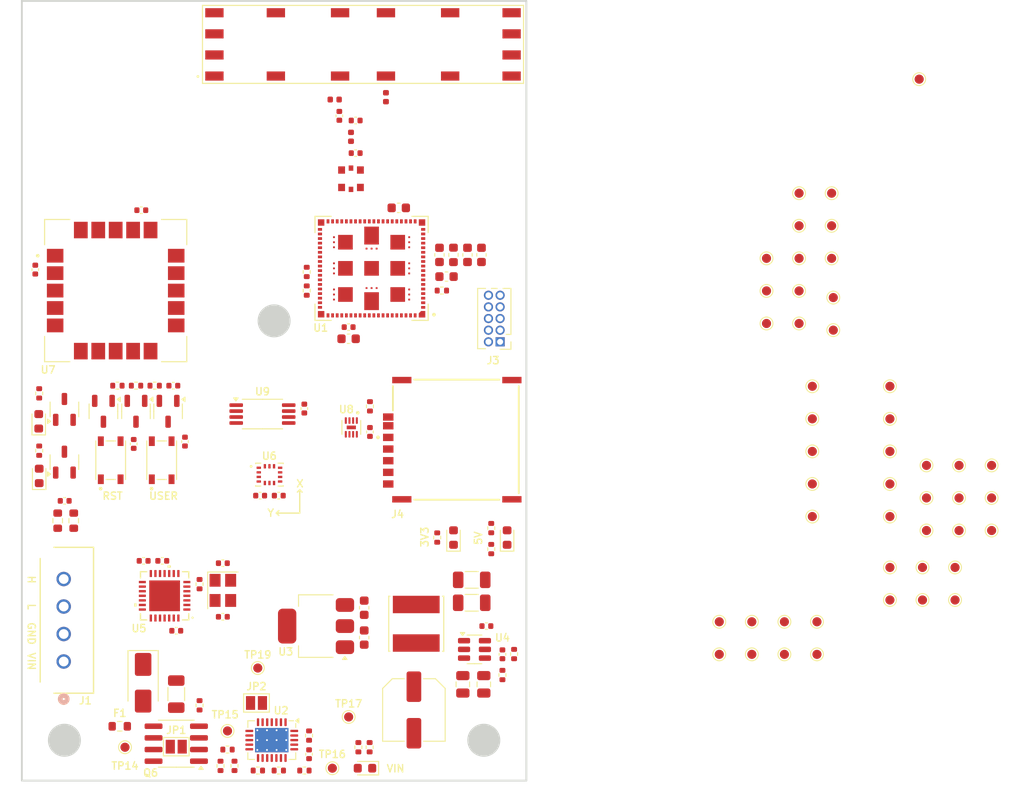
<source format=kicad_pcb>
(kicad_pcb (version 20241229) (generator "pcbnew") (generator_version "9.0")
  (layers (0 "F.Cu" signal) (4 "In1.Cu" signal) (6 "In2.Cu" signal) (2 "B.Cu" signal) (13 "F.Paste" user) (15 "B.Paste" user) (5 "F.SilkS" user "F.Silkscreen") (7 "B.SilkS" user "B.Silkscreen") (1 "F.Mask" user) (3 "B.Mask" user) (25 "Edge.Cuts" user))
  (net 0 "")
  (net 1 "Net-(ANT1-FEED)")
  (net 2 "Net-(ANT1-RETURN{slash}GND)")
  (net 3 "+3V3")
  (net 4 "GND")
  (net 5 "Net-(U1A-VDD)")
  (net 6 "Net-(U1A-DEC0)")
  (net 7 "Net-(C10-Pad2)")
  (net 8 "Net-(C9-Pad2)")
  (net 9 "/NRF9151/EXT_RST")
  (net 10 "/NRF9151/USER_SW")
  (net 11 "/NRF9151/~{RESET}")
  (net 12 "Net-(D3-A2)")
  (net 13 "Net-(U2-MODE)")
  (net 14 "Net-(U2-dVdT)")
  (net 15 "Net-(U4-SW)")
  (net 16 "Net-(U4-BOOT)")
  (net 17 "VOUT")
  (net 18 "+5V")
  (net 19 "Net-(U4-FB)")
  (net 20 "Net-(C26-Pad1)")
  (net 21 "Net-(C28-Pad2)")
  (net 22 "/SIM Card/SIM_1V8")
  (net 23 "Net-(U5-OSC2)")
  (net 24 "Net-(D1-A)")
  (net 25 "Net-(D1-K)")
  (net 26 "Net-(D2-A)")
  (net 27 "Net-(D2-K)")
  (net 28 "Net-(D4-A)")
  (net 29 "Net-(D5-A)")
  (net 30 "Net-(D6-A)")
  (net 31 "/Power/VIN")
  (net 32 "/CAN_N")
  (net 33 "/CAN_P")
  (net 34 "Net-(U1A-ANT)")
  (net 37 "/NRF9151/SWDIO")
  (net 38 "/NRF9151/SWDCLK")
  (net 41 "/SIM Card/SIM_CLK")
  (net 42 "/SIM Card/SIM_RST")
  (net 43 "/SIM Card/SIM_IO")
  (net 44 "/SIM Card/SIM_DET")
  (net 45 "Net-(JP1-B)")
  (net 46 "Net-(Q1-S)")
  (net 47 "Net-(Q1-D)")
  (net 48 "Net-(Q2-D)")
  (net 49 "/NRF9151/USER_LED1")
  (net 50 "/NRF9151/USER_LED2")
  (net 51 "Net-(Q6-G)")
  (net 52 "Net-(U1A-ENABLE)")
  (net 53 "/NRF9151/COEX0")
  (net 54 "Net-(U1C-COEX2)")
  (net 55 "Net-(U2-UVLO)")
  (net 56 "Net-(U2-OVP)")
  (net 57 "Net-(U2-~{FLT})")
  (net 58 "/NRF9151/eFuse_IMON")
  (net 59 "Net-(U2-IMON)")
  (net 60 "Net-(U2-ILIM)")
  (net 61 "Net-(R21-Pad2)")
  (net 62 "Net-(U5-OSC1)")
  (net 63 "/NRF9151/SIM_CD")
  (net 64 "Net-(U1C-MAGPIO0)")
  (net 65 "Net-(U1C-MAGPIO1)")
  (net 66 "Net-(U1C-MAGPIO2)")
  (net 67 "Net-(U1C-SDATA)")
  (net 68 "Net-(U1C-SCLK)")
  (net 69 "Net-(U1C-VIO)")
  (net 70 "Net-(U5-CLKO)")
  (net 71 "/CANbus/CAN1_STBY")
  (net 72 "/CANbus/CAN1_MISO")
  (net 73 "/CANbus/CAN1_SCK")
  (net 74 "/CANbus/CAN1_~{INT0}")
  (net 75 "/CANbus/CAN1_MOSI")
  (net 76 "/CANbus/CAN1_~{CS}")
  (net 77 "/CANbus/CAN1_~{INT}")
  (net 78 "/CANbus/CAN1_~{INT1}")
  (net 79 "/Accelerometer/IMU_MISO")
  (net 80 "/Accelerometer/IMU_MOSI")
  (net 81 "/Accelerometer/IMU_SCK")
  (net 82 "/Accelerometer/IMU_CS")
  (net 83 "/Accelerometer/IMU_INT1")
  (net 84 "/Accelerometer/IMU_INT2")
  (net 85 "Net-(U7-TIMEPULSE)")
  (net 86 "/NRF9151/GPS_~{RESET}")
  (net 87 "Net-(U7-SDA)")
  (net 88 "Net-(U7-~{SAFEBOOT})")
  (net 89 "Net-(U7-SCL)")
  (net 90 "/NRF9151/GPS_EXTINT")
  (net 91 "/NRF9151/GPS_TXD")
  (net 92 "/NRF9151/GPS_RXD")
  (net 93 "/SRAM/SRAM_MOSI")
  (net 94 "/SRAM/SRAM_MISO")
  (net 95 "/SRAM/SRAM_SCK")
  (net 96 "/SRAM/SRAM_~{CS}")
  (net 97 "/SRAM/SRAM_~{HOLD}")
  (net 171 "Net-(U5-RXCAN)")
  (net 174 "Net-(U5-TXCAN)")
  (footprint "Resistor_SMD:R_0603_1608Metric" (layer "F.Cu") (at 130.493 138.176)
    (property "Reference" "F1" (at 0 -1.43 0) (layer "F.SilkS") (effects (font (size 0.8 0.8))))
    (property "Value" "3A")
    (pad "1" smd roundrect (at -0.825 0) (size 0.8 0.95) (layers "F.Cu" "F.Mask" "F.Paste") (net 31 "/Power/VIN"))
    (pad "2" smd roundrect (at 0.825 0) (size 0.8 0.95) (layers "F.Cu" "F.Mask" "F.Paste") (net 12 "Net-(D3-A2)"))
  )
  (footprint "SR4L002:XCVR_SR4L002" (layer "F.Cu") (at 157.012 63.84)
    (property "Reference" "ANT1" (hide yes))
    (property "Value" "SR4L002")
    (pad "1" smd rect (at -16.2 3.45) (size 2 1) (layers "F.Cu" "F.Mask" "F.Paste"))
    (pad "2" smd rect (at -9.5 3.45) (size 2 1) (layers "F.Cu" "F.Mask" "F.Paste"))
    (pad "3" smd rect (at -2.5 3.45) (size 2 1) (layers "F.Cu" "F.Mask" "F.Paste") (net 1 "Net-(ANT1-FEED)"))
    (pad "4" smd rect (at 2.5 3.45) (size 2 1) (layers "F.Cu" "F.Mask" "F.Paste") (net 2 "Net-(ANT1-RETURN{slash}GND)"))
    (pad "5" smd rect (at 9.5 3.45) (size 2 1) (layers "F.Cu" "F.Mask" "F.Paste"))
    (pad "6" smd rect (at 16.2 3.45) (size 2 1) (layers "F.Cu" "F.Mask" "F.Paste"))
    (pad "7" smd rect (at 16.2 1.15) (size 2 1) (layers "F.Cu" "F.Mask" "F.Paste"))
    (pad "8" smd rect (at 16.2 -1.15) (size 2 1) (layers "F.Cu" "F.Mask" "F.Paste"))
    (pad "9" smd rect (at 16.2 -3.45) (size 2 1) (layers "F.Cu" "F.Mask" "F.Paste"))
    (pad "10" smd rect (at 9.5 -3.45) (size 2 1) (layers "F.Cu" "F.Mask" "F.Paste"))
    (pad "11" smd rect (at 2.5 -3.45) (size 2 1) (layers "F.Cu" "F.Mask" "F.Paste"))
    (pad "12" smd rect (at -2.5 -3.45) (size 2 1) (layers "F.Cu" "F.Mask" "F.Paste"))
    (pad "13" smd rect (at -9.5 -3.45) (size 2 1) (layers "F.Cu" "F.Mask" "F.Paste"))
    (pad "14" smd rect (at -16.2 -3.45) (size 2 1) (layers "F.Cu" "F.Mask" "F.Paste"))
    (pad "15" smd rect (at -16.2 -1.15) (size 2 1) (layers "F.Cu" "F.Mask" "F.Paste"))
    (pad "16" smd rect (at -16.2 1.15) (size 2 1) (layers "F.Cu" "F.Mask" "F.Paste"))
  )
  (footprint "TestPoint:TestPoint_Pad_D1.0mm" (layer "F.Cu") (at 221.554 124.41)
    (property "Reference" "TP34" (hide yes))
    (property "Value" "TestPoint")
    (pad "1" smd circle (at 0 0) (size 1 1) (layers "F.Cu" "F.Mask") (net 84 "/Accelerometer/IMU_INT2"))
  )
  (footprint "TestPoint:TestPoint_Pad_D1.0mm" (layer "F.Cu") (at 145.542 131.826)
    (property "Reference" "TP19" (at 0 -1.448 0) (layer "F.SilkS") (effects (font (size 0.8 0.8))))
    (property "Value" "TestPoint")
    (pad "1" smd circle (at 0 0) (size 1 1) (layers "F.Cu" "F.Mask") (net 3 "+3V3"))
  )
  (footprint "TestPoint:TestPoint_Pad_D1.0mm" (layer "F.Cu") (at 153.67 142.748)
    (property "Reference" "TP16" (at 0 -1.524 0) (layer "F.SilkS") (effects (font (size 0.8 0.8))))
    (property "Value" "TestPoint")
    (pad "1" smd circle (at 0 0) (size 1 1) (layers "F.Cu" "F.Mask") (net 57 "Net-(U2-~{FLT})"))
  )
  (footprint "TestPoint:TestPoint_Pad_D1.0mm" (layer "F.Cu") (at 221.99 109.734)
    (property "Reference" "TP23" (hide yes))
    (property "Value" "TestPoint")
    (pad "1" smd circle (at 0 0) (size 1 1) (layers "F.Cu" "F.Mask") (net 73 "/CANbus/CAN1_SCK"))
  )
  (footprint "TestPoint:TestPoint_Pad_D1.0mm" (layer "F.Cu") (at 214.454 124.41)
    (property "Reference" "TP30" (hide yes))
    (property "Value" "TestPoint")
    (pad "1" smd circle (at 0 0) (size 1 1) (layers "F.Cu" "F.Mask") (net 80 "/Accelerometer/IMU_MOSI"))
  )
  (footprint "Capacitor_SMD:C_0402_1005Metric" (layer "F.Cu") (at 156.21 72.136 180)
    (property "Reference" "C10" (hide yes))
    (property "Value" "~")
    (pad "1" smd roundrect (at -0.48 0 180) (size 0.56 0.62) (layers "F.Cu" "F.Mask" "F.Paste") (net 4 "GND"))
    (pad "2" smd roundrect (at 0.48 0 180) (size 0.56 0.62) (layers "F.Cu" "F.Mask" "F.Paste") (net 7 "Net-(C10-Pad2)"))
  )
  (footprint "TestPoint:TestPoint_Pad_D1.0mm" (layer "F.Cu") (at 206.5 130.334)
    (property "Reference" "TP42" (hide yes))
    (property "Value" "TestPoint")
    (pad "1" smd circle (at 0 0) (size 1 1) (layers "F.Cu" "F.Mask") (net 92 "/NRF9151/GPS_RXD"))
  )
  (footprint "Resistor_SMD:R_0402_1005Metric" (layer "F.Cu") (at 145.548 143.002 180)
    (property "Reference" "R16" (hide yes))
    (property "Value" "13.3k")
    (pad "1" smd roundrect (at -0.51 0 180) (size 0.54 0.64) (layers "F.Cu" "F.Mask" "F.Paste") (net 59 "Net-(U2-IMON)"))
    (pad "2" smd roundrect (at 0.51 0 180) (size 0.54 0.64) (layers "F.Cu" "F.Mask" "F.Paste") (net 13 "Net-(U2-MODE)"))
  )
  (footprint "Resistor_SMD:R_0402_1005Metric" (layer "F.Cu") (at 143.002 142.492 -90)
    (property "Reference" "R12" (hide yes))
    (property "Value" "30.1k")
    (pad "1" smd roundrect (at -0.51 0 270) (size 0.54 0.64) (layers "F.Cu" "F.Mask" "F.Paste") (net 56 "Net-(U2-OVP)"))
    (pad "2" smd roundrect (at 0.51 0 270) (size 0.54 0.64) (layers "F.Cu" "F.Mask" "F.Paste") (net 13 "Net-(U2-MODE)"))
  )
  (footprint "TestPoint:TestPoint_Pad_D1.0mm" (layer "F.Cu") (at 225.54 113.284)
    (property "Reference" "TP27" (hide yes))
    (property "Value" "TestPoint")
    (pad "1" smd circle (at 0 0) (size 1 1) (layers "F.Cu" "F.Mask") (net 77 "/CANbus/CAN1_~{INT}"))
  )
  (footprint "Capacitor_SMD:C_0402_1005Metric" (layer "F.Cu") (at 156.21 75.692 180)
    (property "Reference" "C9" (hide yes))
    (property "Value" "0.5p")
    (pad "1" smd roundrect (at -0.48 0 180) (size 0.56 0.62) (layers "F.Cu" "F.Mask" "F.Paste") (net 4 "GND"))
    (pad "2" smd roundrect (at 0.48 0 180) (size 0.56 0.62) (layers "F.Cu" "F.Mask" "F.Paste") (net 8 "Net-(C9-Pad2)"))
  )
  (footprint "MM8130_2600RA2:MURATA_MM8130-2600RA2" (layer "F.Cu") (at 155.702 78.486)
    (property "Reference" "J2" (hide yes))
    (property "Value" "MM8130-2600" (hide yes))
    (pad "GND1" smd rect (at -1.025 -0.95) (size 0.75 0.8) (layers "F.Cu") (net 4 "GND"))
    (pad "GND2" smd rect (at 1.025 -0.95) (size 0.75 0.8) (layers "F.Cu") (net 4 "GND"))
    (pad "GND3" smd rect (at -1.025 0.95) (size 0.75 0.8) (layers "F.Cu") (net 4 "GND"))
    (pad "GND4" smd rect (at 1.025 0.95) (size 0.75 0.8) (layers "F.Cu") (net 4 "GND"))
    (pad "IN" smd rect (at 0 -1.16) (size 0.5 0.58) (layers "F.Cu") (net 8 "Net-(C9-Pad2)"))
    (pad "OUT" smd rect (at 0 1.16) (size 0.5 0.58) (layers "F.Cu") (net 34 "Net-(U1A-ANT)"))
  )
  (footprint "TestPoint:TestPoint_Pad_D1.0mm" (layer "F.Cu") (at 199.4 126.784)
    (property "Reference" "TP37" (hide yes))
    (property "Value" "TestPoint")
    (pad "1" smd circle (at 0 0) (size 1 1) (layers "F.Cu" "F.Mask") (net 87 "Net-(U7-SDA)"))
  )
  (footprint "TestPoint:TestPoint_Pad_D1.0mm" (layer "F.Cu") (at 214.454 115.31)
    (property "Reference" "TP52" (hide yes))
    (property "Value" "TestPoint")
    (pad "1" smd circle (at 0 0) (size 1 1) (layers "F.Cu" "F.Mask") (net 97 "/SRAM/SRAM_~{HOLD}"))
  )
  (footprint "Resistor_SMD:R_0402_1005Metric" (layer "F.Cu") (at 150.622 143.002)
    (property "Reference" "R15" (hide yes))
    (property "Value" "5.36k")
    (pad "1" smd roundrect (at -0.51 0) (size 0.54 0.64) (layers "F.Cu" "F.Mask" "F.Paste") (net 60 "Net-(U2-ILIM)"))
    (pad "2" smd roundrect (at 0.51 0) (size 0.54 0.64) (layers "F.Cu" "F.Mask" "F.Paste") (net 13 "Net-(U2-MODE)"))
  )
  (footprint "TestPoint:TestPoint_Pad_D1.0mm" (layer "F.Cu") (at 218.004 120.86)
    (property "Reference" "TP31" (hide yes))
    (property "Value" "TestPoint")
    (pad "1" smd circle (at 0 0) (size 1 1) (layers "F.Cu" "F.Mask") (net 81 "/Accelerometer/IMU_SCK"))
  )
  (footprint "Capacitor_SMD:C_0402_1005Metric" (layer "F.Cu") (at 121.285 88.392 90)
    (property "Reference" "C34" (hide yes))
    (property "Value" "100n")
    (pad "1" smd roundrect (at -0.48 0 90) (size 0.56 0.62) (layers "F.Cu" "F.Mask" "F.Paste") (net 3 "+3V3"))
    (pad "2" smd roundrect (at 0.48 0 90) (size 0.56 0.62) (layers "F.Cu" "F.Mask" "F.Paste") (net 4 "GND"))
  )
  (footprint "LED_SMD:LED_0603_1608Metric" (layer "F.Cu") (at 166.878 117.602 90)
    (property "Reference" "D6" (hide yes))
    (property "Value" "GRN")
    (pad "1" smd roundrect (at -0.7875 0 90) (size 0.875 0.95) (layers "F.Cu" "F.Mask" "F.Paste") (net 4 "GND"))
    (pad "2" smd roundrect (at 0.7875 0 90) (size 0.875 0.95) (layers "F.Cu" "F.Mask" "F.Paste") (net 30 "Net-(D6-A)"))
  )
  (footprint "Capacitor_SMD:C_0603_1608Metric" (layer "F.Cu") (at 157.142 128.504 -90)
    (property "Reference" "C23" (hide yes))
    (property "Value" "4.7u")
    (pad "1" smd roundrect (at -0.775 0 270) (size 0.9 0.95) (layers "F.Cu" "F.Mask" "F.Paste") (net 3 "+3V3"))
    (pad "2" smd roundrect (at 0.775 0 270) (size 0.9 0.95) (layers "F.Cu" "F.Mask" "F.Paste") (net 4 "GND"))
  )
  (footprint "Resistor_SMD:R_0402_1005Metric" (layer "F.Cu") (at 130.236 101.044)
    (property "Reference" "R3" (hide yes))
    (property "Value" "100k")
    (pad "1" smd roundrect (at -0.51 0) (size 0.54 0.64) (layers "F.Cu" "F.Mask" "F.Paste") (net 9 "/NRF9151/EXT_RST"))
    (pad "2" smd roundrect (at 0.51 0) (size 0.54 0.64) (layers "F.Cu" "F.Mask" "F.Paste") (net 47 "Net-(Q1-D)"))
  )
  (footprint "Resistor_SMD:R_0402_1005Metric" (layer "F.Cu") (at 170.9905 116.572 90)
    (property "Reference" "R22" (hide yes))
    (property "Value" "330")
    (pad "1" smd roundrect (at -0.51 0 90) (size 0.54 0.64) (layers "F.Cu" "F.Mask" "F.Paste") (net 61 "Net-(R21-Pad2)"))
    (pad "2" smd roundrect (at 0.51 0 90) (size 0.54 0.64) (layers "F.Cu" "F.Mask" "F.Paste") (net 29 "Net-(D5-A)"))
  )
  (footprint "Capacitor_SMD:C_1206_3216Metric" (layer "F.Cu") (at 168.861 122.214)
    (property "Reference" "C24" (hide yes))
    (property "Value" "22u")
    (pad "1" smd roundrect (at -1.475 0) (size 1.15 1.8) (layers "F.Cu" "F.Mask" "F.Paste") (roundrect_rratio 0.217391) (net 18 "+5V"))
    (pad "2" smd roundrect (at 1.475 0) (size 1.15 1.8) (layers "F.Cu" "F.Mask" "F.Paste") (roundrect_rratio 0.217391) (net 4 "GND"))
  )
  (footprint "Resistor_SMD:R_0603_1608Metric" (layer "F.Cu") (at 125.476 115.761 90)
    (property "Reference" "R24" (hide yes))
    (property "Value" "60R4")
    (pad "1" smd roundrect (at -0.825 0 90) (size 0.8 0.95) (layers "F.Cu" "F.Mask" "F.Paste") (net 33 "/CAN_P"))
    (pad "2" smd roundrect (at 0.825 0 90) (size 0.8 0.95) (layers "F.Cu" "F.Mask" "F.Paste") (net 20 "Net-(C26-Pad1)"))
  )
  (footprint "TestPoint:TestPoint_Pad_D1.0mm" (layer "F.Cu") (at 206.5 126.784)
    (property "Reference" "TP41" (hide yes))
    (property "Value" "TestPoint")
    (pad "1" smd circle (at 0 0) (size 1 1) (layers "F.Cu" "F.Mask") (net 91 "/NRF9151/GPS_TXD"))
  )
  (footprint "TestPoint:TestPoint_Pad_D1.0mm" (layer "F.Cu") (at 218.004 124.41)
    (property "Reference" "TP32" (hide yes))
    (property "Value" "TestPoint")
    (pad "1" smd circle (at 0 0) (size 1 1) (layers "F.Cu" "F.Mask") (net 82 "/Accelerometer/IMU_CS"))
  )
  (footprint "Resistor_SMD:R_0402_1005Metric" (layer "F.Cu") (at 151.13 139.19 -90)
    (property "Reference" "R13" (hide yes))
    (property "Value" "30.1k")
    (pad "1" smd roundrect (at -0.51 0 270) (size 0.54 0.64) (layers "F.Cu" "F.Mask" "F.Paste") (net 17 "VOUT"))
    (pad "2" smd roundrect (at 0.51 0 270) (size 0.54 0.64) (layers "F.Cu" "F.Mask" "F.Paste") (net 57 "Net-(U2-~{FLT})"))
  )
  (footprint "436500428:CONN_SD-43650-010_04_MOL" (layer "F.Cu") (at 124.714 126.619 -90)
    (property "Reference" "J1" (at 8.763 -2.032 0) (layer "F.SilkS") (effects (font (size 0.8 0.8))))
    (property "Value" "Microfit 3.0")
    (pad "" np_thru_hole circle (at -7.493 2.286 270) (size 1.3208 1.3208) (drill 1.3208) (layers "*.Cu" "*.Mask"))
    (pad "" np_thru_hole circle (at 7.493 2.286 270) (size 1.3208 1.3208) (drill 1.3208) (layers "*.Cu" "*.Mask"))
    (pad "1" thru_hole circle (at 4.4958 0.3302 270) (size 1.5748 1.5748) (drill 1.0668) (layers "*.Cu" "*.Mask") (net 31 "/Power/VIN"))
    (pad "2" thru_hole circle (at 1.4986 0.3302 270) (size 1.5748 1.5748) (drill 1.0668) (layers "*.Cu" "*.Mask") (net 4 "GND"))
    (pad "3" thru_hole circle (at -1.4986 0.3302 270) (size 1.5748 1.5748) (drill 1.0668) (layers "*.Cu" "*.Mask") (net 32 "/CAN_N"))
    (pad "4" thru_hole circle (at -4.4958 0.3302 270) (size 1.5748 1.5748) (drill 1.0668) (layers "*.Cu" "*.Mask") (net 33 "/CAN_P"))
  )
  (footprint "Package_TO_SOT_SMD:SOT-23-3" (layer "F.Cu") (at 135.762 103.838 -90)
    (property "Reference" "Q2" (hide yes))
    (property "Value" "DMN2005K")
    (pad "1" smd roundrect (at -1.1375 -0.95 270) (size 1.325 0.6) (layers "F.Cu" "F.Mask" "F.Paste") (net 48 "Net-(Q2-D)"))
    (pad "2" smd roundrect (at -1.1375 0.95 270) (size 1.325 0.6) (layers "F.Cu" "F.Mask" "F.Paste") (net 46 "Net-(Q1-S)"))
    (pad "3" smd roundrect (at 1.1375 0 270) (size 1.325 0.6) (layers "F.Cu" "F.Mask" "F.Paste") (net 4 "GND"))
  )
  (footprint "Capacitor_SMD:C_0603_1608Metric" (layer "F.Cu") (at 166.116 89.154 180)
    (property "Reference" "C1" (hide yes))
    (property "Value" "1u")
    (pad "1" smd roundrect (at -0.775 0 180) (size 0.9 0.95) (layers "F.Cu" "F.Mask" "F.Paste") (net 3 "+3V3"))
    (pad "2" smd roundrect (at 0.775 0 180) (size 0.9 0.95) (layers "F.Cu" "F.Mask" "F.Paste") (net 4 "GND"))
  )
  (footprint "Capacitor_SMD:C_0402_1005Metric" (layer "F.Cu") (at 132.014 107.394 -90)
    (property "Reference" "C11" (hide yes))
    (property "Value" "100n")
    (pad "1" smd roundrect (at -0.48 0 270) (size 0.56 0.62) (layers "F.Cu" "F.Mask" "F.Paste") (net 9 "/NRF9151/EXT_RST"))
    (pad "2" smd roundrect (at 0.48 0 270) (size 0.56 0.62) (layers "F.Cu" "F.Mask" "F.Paste") (net 4 "GND"))
  )
  (footprint "Capacitor_SMD:C_0402_1005Metric" (layer "F.Cu") (at 150.614 103.54 -90)
    (property "Reference" "C37" (hide yes))
    (property "Value" "100n")
    (pad "1" smd roundrect (at -0.48 0 270) (size 0.56 0.62) (layers "F.Cu" "F.Mask" "F.Paste") (net 3 "+3V3"))
    (pad "2" smd roundrect (at 0.48 0 270) (size 0.56 0.62) (layers "F.Cu" "F.Mask" "F.Paste") (net 4 "GND"))
  )
  (footprint "TestPoint:TestPoint_Pad_D1.0mm" (layer "F.Cu") (at 225.54 116.834)
    (property "Reference" "TP28" (hide yes))
    (property "Value" "TestPoint")
    (pad "1" smd circle (at 0 0) (size 1 1) (layers "F.Cu" "F.Mask") (net 78 "/CANbus/CAN1_~{INT1}"))
  )
  (footprint "TestPoint:TestPoint_Pad_D1.0mm" (layer "F.Cu") (at 195.85 130.334)
    (property "Reference" "TP36" (hide yes))
    (property "Value" "TestPoint")
    (pad "1" smd circle (at 0 0) (size 1 1) (layers "F.Cu" "F.Mask") (net 86 "/NRF9151/GPS_~{RESET}"))
  )
  (footprint "TestPoint:TestPoint_Pad_D1.0mm" (layer "F.Cu") (at 214.454 101.11)
    (property "Reference" "TP48" (hide yes))
    (property "Value" "TestPoint")
    (pad "1" smd circle (at 0 0) (size 1 1) (layers "F.Cu" "F.Mask") (net 93 "/SRAM/SRAM_MOSI"))
  )
  (footprint "TestPoint:TestPoint_Pad_D1.0mm" (layer "F.Cu") (at 217.644 67.63)
    (property "Reference" "TP18" (hide yes))
    (property "Value" "TestPoint")
    (pad "1" smd circle (at 0 0) (size 1 1) (layers "F.Cu" "F.Mask") (net 18 "+5V"))
  )
  (footprint "Jumper:SolderJumper-2_P1.3mm_Open_Pad1.0x1.5mm" (layer "F.Cu") (at 145.4 135.636)
    (property "Reference" "JP2" (at 0 -1.8 0) (layer "F.SilkS") (effects (font (size 0.8 0.8))))
    (property "Value" "Jumper_2_Open")
    (pad "1" smd rect (at -0.65 0) (size 1 1.5) (layers "F.Cu" "F.Mask") (net 45 "Net-(JP1-B)"))
    (pad "2" smd rect (at 0.65 0) (size 1 1.5) (layers "F.Cu" "F.Mask") (net 17 "VOUT"))
  )
  (footprint "TestPoint:TestPoint_Pad_D1.0mm" (layer "F.Cu") (at 208.28 91.44)
    (property "Reference" "TP1" (hide yes))
    (property "Value" "TestPoint")
    (pad "1" smd circle (at 0 0) (size 1 1) (layers "F.Cu" "F.Mask") (net 5 "Net-(U1A-VDD)"))
  )
  (footprint "Resistor_SMD:R_0402_1005Metric" (layer "F.Cu") (at 142.24 140.716)
    (property "Reference" "R10" (hide yes))
    (property "Value" "634k")
    (pad "1" smd roundrect (at -0.51 0) (size 0.54 0.64) (layers "F.Cu" "F.Mask" "F.Paste") (net 45 "Net-(JP1-B)"))
    (pad "2" smd roundrect (at 0.51 0) (size 0.54 0.64) (layers "F.Cu" "F.Mask" "F.Paste") (net 55 "Net-(U2-UVLO)"))
  )
  (footprint "TestPoint:TestPoint_Pad_D1.0mm" (layer "F.Cu") (at 214.454 111.76)
    (property "Reference" "TP51" (hide yes))
    (property "Value" "TestPoint")
    (pad "1" smd circle (at 0 0) (size 1 1) (layers "F.Cu" "F.Mask") (net 96 "/SRAM/SRAM_~{CS}"))
  )
  (footprint "LED_SMD:LED_0603_1608Metric" (layer "F.Cu") (at 121.71 110.882 90)
    (property "Reference" "D2" (hide yes))
    (property "Value" "ORNG")
    (pad "1" smd roundrect (at -0.7875 0 90) (size 0.875 0.95) (layers "F.Cu" "F.Mask" "F.Paste") (net 27 "Net-(D2-K)"))
    (pad "2" smd roundrect (at 0.7875 0 90) (size 0.875 0.95) (layers "F.Cu" "F.Mask" "F.Paste") (net 26 "Net-(D2-A)"))
  )
  (footprint "TestPoint:TestPoint_Pad_D1.0mm" (layer "F.Cu") (at 205.994 101.11)
    (property "Reference" "TP43" (hide yes))
    (property "Value" "TestPoint")
    (pad "1" smd circle (at 0 0) (size 1 1) (layers "F.Cu" "F.Mask") (net 22 "/SIM Card/SIM_1V8"))
  )
  (footprint "LED_SMD:LED_0603_1608Metric" (layer "F.Cu") (at 172.72 117.602 90)
    (property "Reference" "D5" (hide yes))
    (property "Value" "GRN")
    (pad "1" smd roundrect (at -0.7875 0 90) (size 0.875 0.95) (layers "F.Cu" "F.Mask" "F.Paste") (net 4 "GND"))
    (pad "2" smd roundrect (at 0.7875 0 90) (size 0.875 0.95) (layers "F.Cu" "F.Mask" "F.Paste") (net 29 "Net-(D5-A)"))
  )
  (footprint "Capacitor_SMD:C_0805_2012Metric" (layer "F.Cu") (at 167.894 133.604 -90)
    (property "Reference" "C19" (hide yes))
    (property "Value" "10u")
    (pad "1" smd roundrect (at -0.95 0 270) (size 1 1.45) (layers "F.Cu" "F.Mask" "F.Paste") (net 17 "VOUT"))
    (pad "2" smd roundrect (at 0.95 0 270) (size 1 1.45) (layers "F.Cu" "F.Mask" "F.Paste") (net 4 "GND"))
  )
  (footprint "Capacitor_SMD:C_0603_1608Metric" (layer "F.Cu") (at 155.442 95.932)
    (property "Reference" "C5" (hide yes))
    (property "Value" "4.7u")
    (pad "1" smd roundrect (at -0.775 0) (size 0.9 0.95) (layers "F.Cu" "F.Mask" "F.Paste") (net 3 "+3V3"))
    (pad "2" smd roundrect (at 0.775 0) (size 0.9 0.95) (layers "F.Cu" "F.Mask" "F.Paste") (net 4 "GND"))
  )
  (footprint "Resistor_SMD:R_0402_1005Metric" (layer "F.Cu") (at 150.876 90.678 -90)
    (property "Reference" "R6" (hide yes))
    (property "Value" "1M")
    (pad "1" smd roundrect (at -0.51 0 270) (size 0.54 0.64) (layers "F.Cu" "F.Mask" "F.Paste") (net 54 "Net-(U1C-COEX2)"))
    (pad "2" smd roundrect (at 0.51 0 270) (size 0.54 0.64) (layers "F.Cu" "F.Mask" "F.Paste") (net 4 "GND"))
  )
  (footprint "Package_DFN_QFN:Texas_RHF0024A_VQFN-24-1EP_4x5mm_P0.5mm_EP2.65x3.65mm_ThermalVias" (layer "F.Cu") (at 147.066 139.684 -90)
    (property "Reference" "U2" (at -3.22 -1.016 0) (layer "F.SilkS") (effects (font (size 0.8 0.8))))
    (property "Value" "TPS26600RHF")
    (pad "1" smd roundrect (at -1.95 -1.5 270) (size 0.85 0.25) (layers "F.Cu" "F.Mask" "F.Paste"))
    (pad "2" smd roundrect (at -1.95 -1 270) (size 0.85 0.25) (layers "F.Cu" "F.Mask" "F.Paste"))
    (pad "3" smd roundrect (at -1.95 -0.5 270) (size 0.85 0.25) (layers "F.Cu" "F.Mask" "F.Paste"))
    (pad "4" smd roundrect (at -1.95 0 270) (size 0.85 0.25) (layers "F.Cu" "F.Mask" "F.Paste"))
    (pad "5" smd roundrect (at -1.95 0.5 270) (size 0.85 0.25) (layers "F.Cu" "F.Mask" "F.Paste"))
    (pad "6" smd roundrect (at -1.95 1 270) (size 0.85 0.25) (layers "F.Cu" "F.Mask" "F.Paste"))
    (pad "7" smd roundrect (at -1.95 1.5 270) (size 0.85 0.25) (layers "F.Cu" "F.Mask" "F.Paste"))
    (pad "8" smd roundrect (at -1 2.45 270) (size 0.25 0.85) (layers "F.Cu" "F.Mask" "F.Paste") (net 45 "Net-(JP1-B)"))
    (pad "9" smd roundrect (at -0.5 2.45 270) (size 0.25 0.85) (layers "F.Cu" "F.Mask" "F.Paste") (net 45 "Net-(JP1-B)"))
    (pad "10" smd roundrect (at 0 2.45 270) (size 0.25 0.85) (layers "F.Cu" "F.Mask" "F.Paste") (net 55 "Net-(U2-UVLO)"))
    (pad "11" smd roundrect (at 0.5 2.45 270) (size 0.25 0.85) (layers "F.Cu" "F.Mask" "F.Paste"))
    (pad "12" smd roundrect (at 1 2.45 270) (size 0.25 0.85) (layers "F.Cu" "F.Mask" "F.Paste") (net 56 "Net-(U2-OVP)"))
    (pad "13" smd roundrect (at 1.95 1.5 270) (size 0.85 0.25) (layers "F.Cu" "F.Mask" "F.Paste") (net 13 "Net-(U2-MODE)"))
    (pad "14" smd roundrect (at 1.95 1 270) (size 0.85 0.25) (layers "F.Cu" "F.Mask" "F.Paste") (net 13 "Net-(U2-MODE)"))
    (pad "15" smd roundrect (at 1.95 0.5 270) (size 0.85 0.25) (layers "F.Cu" "F.Mask" "F.Paste") (net 13 "Net-(U2-MODE)"))
    (pad "16" smd roundrect (at 1.95 0 270) (size 0.85 0.25) (layers "F.Cu" "F.Mask" "F.Paste"))
    (pad "17" smd roundrect (at 1.95 -0.5 270) (size 0.85 0.25) (layers "F.Cu" "F.Mask" "F.Paste") (net 4 "GND"))
    (pad "18" smd roundrect (at 1.95 -1 270) (size 0.85 0.25) (layers "F.Cu" "F.Mask" "F.Paste") (net 59 "Net-(U2-IMON)"))
    (pad "19" smd roundrect (at 1.95 -1.5 270) (size 0.85 0.25) (layers "F.Cu" "F.Mask" "F.Paste") (net 60 "Net-(U2-ILIM)"))
    (pad "20" smd roundrect (at 1 -2.45 270) (size 0.25 0.85) (layers "F.Cu" "F.Mask" "F.Paste") (net 14 "Net-(U2-dVdT)"))
    (pad "21" smd roundrect (at 0.5 -2.45 270) (size 0.25 0.85) (layers "F.Cu" "F.Mask" "F.Paste"))
    (pad "22" smd roundrect (at 0 -2.45 270) (size 0.25 0.85) (layers "F.Cu" "F.Mask" "F.Paste") (net 57 "Net-(U2-~{FLT})"))
    (pad "23" smd roundrect (at -0.5 -2.45 270) (size 0.25 0.85) (layers "F.Cu" "F.Mask" "F.Paste") (net 17 "VOUT"))
    (pad "24" smd roundrect (at -1 -2.45 270) (size 0.25 0.85) (layers "F.Cu" "F.Mask" "F.Paste") (net 17 "VOUT"))
    (pad "25" thru_hole circle (at -1.075 -1.575 270) (size 0.5 0.5) (drill 0.2) (property pad_prop_heatsink) (layers "*.Cu") (net 13 "Net-(U2-MODE)"))
    (pad "25" thru_hole circle (at -1.075 -0.525 270) (size 0.5 0.5) (drill 0.2) (property pad_prop_heatsink) (layers "*.Cu") (net 13 "Net-(U2-MODE)"))
    (pad "25" thru_hole circle (at -1.075 0.525 270) (size 0.5 0.5) (drill 0.2) (property pad_prop_heatsink) (layers "*.Cu") (net 13 "Net-(U2-MODE)"))
    (pad "25" thru_hole circle (at -1.075 1.575 270) (size 0.5 0.5) (drill 0.2) (property pad_prop_heatsink) (layers "*.Cu") (net 13 "Net-(U2-MODE)"))
    (pad "25" thru_hole circle (at 0 -1.575 270) (size 0.5 0.5) (drill 0.2) (property pad_prop_heatsink) (layers "*.Cu") (net 13 "Net-(U2-MODE)"))
    (pad "25" thru_hole circle (at 0 -0.525 270) (size 0.5 0.5) (drill 0.2) (property pad_prop_heatsink) (layers "*.Cu") (net 13 "Net-(U2-MODE)"))
    (pad "25" smd rect (at 0 0 270) (size 2.65 3.65) (property pad_prop_heatsink) (layers "F.Cu" "F.Mask") (net 13 "Net-(U2-MODE)"))
    (pad "25" smd rect (at 0 0 270) (size 2.65 3.65) (property pad_prop_heatsink) (layers "B.Cu") (net 13 "Net-(U2-MODE)"))
    (pad "25" thru_hole circle (at 0 0.525 270) (size 0.5 0.5) (drill 0.2) (property pad_prop_heatsink) (layers "*.Cu") (net 13 "Net-(U2-MODE)"))
    (pad "25" thru_hole circle (at 0 1.575 270) (size 0.5 0.5) (drill 0.2) (property pad_prop_heatsink) (layers "*.Cu") (net 13 "Net-(U2-MODE)"))
    (pad "25" thru_hole circle (at 1.075 -1.575 270) (size 0.5 0.5) (drill 0.2) (property pad_prop_heatsink) (layers "*.Cu") (net 13 "Net-(U2-MODE)"))
    (pad "25" thru_hole circle (at 1.075 -0.525 270) (size 0.5 0.5) (drill 0.2) (property pad_prop_heatsink) (layers "*.Cu") (net 13 "Net-(U2-MODE)"))
    (pad "25" thru_hole circle (at 1.075 0.525 270) (size 0.5 0.5) (drill 0.2) (property pad_prop_heatsink) (layers "*.Cu") (net 13 "Net-(U2-MODE)"))
    (pad "25" thru_hole circle (at 1.075 1.575 270) (size 0.5 0.5) (drill 0.2) (property pad_prop_heatsink) (layers "*.Cu") (net 13 "Net-(U2-MODE)"))
  )
  (footprint "NRF9151_LACA_R:XCVR_NRF9151-LACA-R" (layer "F.Cu") (at 157.946 88.256 180)
    (property "Reference" "U1" (at 5.546 -6.486 0) (layer "F.SilkS") (effects (font (size 0.8 0.8))))
    (property "Value" "NRF9151-LACA-R")
    (pad "1" smd custom (at -5.55 -5.05 180) (size 0.4 0.4) (layers "F.Cu") (net 4 "GND") (options (clearance outline) (anchor rect)) (primitives (gr_poly (pts (xy -0.3 0.4) (xy -0.3 -0.3) (xy 0.4 -0.3) (xy 0.4 0.15) (xy 0.15 0.4)) (width 0.01) (fill yes))))
    (pad "2" smd rect (at -5.625 -4.25 180) (size 0.45 0.3) (layers "F.Cu" "F.Mask" "F.Paste"))
    (pad "3" smd rect (at -5.625 -3.75 180) (size 0.45 0.3) (layers "F.Cu" "F.Mask" "F.Paste") (net 38 "/NRF9151/SWDCLK"))
    (pad "4" smd rect (at -5.625 -3.25 180) (size 0.45 0.3) (layers "F.Cu" "F.Mask" "F.Paste") (net 37 "/NRF9151/SWDIO"))
    (pad "5" smd rect (at -5.625 -2.75 180) (size 0.45 0.3) (layers "F.Cu" "F.Mask" "F.Paste"))
    (pad "6" smd rect (at -5.625 -2.25 180) (size 0.45 0.3) (layers "F.Cu" "F.Mask" "F.Paste"))
    (pad "7" smd rect (at -5.625 -1.75 180) (size 0.45 0.3) (layers "F.Cu" "F.Mask" "F.Paste") (net 4 "GND"))
    (pad "8" smd rect (at -5.625 -1.25 180) (size 0.45 0.3) (layers "F.Cu" "F.Mask" "F.Paste"))
    (pad "9" smd rect (at -5.625 -0.75 180) (size 0.45 0.3) (layers "F.Cu" "F.Mask" "F.Paste") (net 11 "/NRF9151/~{RESET}"))
    (pad "10" smd rect (at -5.625 -0.25 180) (size 0.45 0.3) (layers "F.Cu" "F.Mask" "F.Paste") (net 52 "Net-(U1A-ENABLE)"))
    (pad "11" smd rect (at -5.625 0.25 180) (size 0.45 0.3) (layers "F.Cu" "F.Mask" "F.Paste"))
    (pad "12" smd rect (at -5.625 0.75 180) (size 0.45 0.3) (layers "F.Cu" "F.Mask" "F.Paste"))
    (pad "13" smd rect (at -5.625 1.25 180) (size 0.45 0.3) (layers "F.Cu" "F.Mask" "F.Paste") (net 4 "GND"))
    (pad "14" smd rect (at -5.625 1.75 180) (size 0.45 0.3) (layers "F.Cu" "F.Mask" "F.Paste") (net 5 "Net-(U1A-VDD)"))
    (pad "15" smd rect (at -5.625 2.25 180) (size 0.45 0.3) (layers "F.Cu" "F.Mask" "F.Paste") (net 4 "GND"))
    (pad "16" smd rect (at -5.625 2.75 180) (size 0.45 0.3) (layers "F.Cu" "F.Mask" "F.Paste") (net 42 "/SIM Card/SIM_RST"))
    (pad "17" smd rect (at -5.625 3.25 180) (size 0.45 0.3) (layers "F.Cu" "F.Mask" "F.Paste") (net 43 "/SIM Card/SIM_IO"))
    (pad "18" smd rect (at -5.625 3.75 180) (size 0.45 0.3) (layers "F.Cu" "F.Mask" "F.Paste") (net 41 "/SIM Card/SIM_CLK"))
    (pad "19" smd rect (at -5.625 4.25 180) (size 0.45 0.3) (layers "F.Cu" "F.Mask" "F.Paste") (net 22 "/SIM Card/SIM_1V8"))
    (pad "20" smd rect (at -5.5 5 180) (size 0.7 0.7) (layers "F.Cu" "F.Mask" "F.Paste") (net 4 "GND"))
    (pad "21" smd rect (at -4.75 5.125 180) (size 0.3 0.45) (layers "F.Cu" "F.Mask" "F.Paste") (net 64 "Net-(U1C-MAGPIO0)"))
    (pad "22" smd rect (at -4.25 5.125 180) (size 0.3 0.45) (layers "F.Cu" "F.Mask" "F.Paste") (net 65 "Net-(U1C-MAGPIO1)"))
    (pad "23" smd rect (at -3.75 5.125 180) (size 0.3 0.45) (layers "F.Cu" "F.Mask" "F.Paste") (net 66 "Net-(U1C-MAGPIO2)"))
    (pad "24" smd rect (at -3.25 5.125 180) (size 0.3 0.45) (layers "F.Cu" "F.Mask" "F.Paste") (net 6 "Net-(U1A-DEC0)"))
    (pad "25" smd rect (at -2.75 5.125 180) (size 0.3 0.45) (layers "F.Cu" "F.Mask" "F.Paste") (net 4 "GND"))
    (pad "26" smd rect (at -2.25 5.125 180) (size 0.3 0.45) (layers "F.Cu" "F.Mask" "F.Paste") (net 63 "/NRF9151/SIM_CD"))
    (pad "27" smd rect (at -1.75 5.125 180) (size 0.3 0.45) (layers "F.Cu" "F.Mask" "F.Paste") (net 67 "Net-(U1C-SDATA)"))
    (pad "28" smd rect (at -1.25 5.125 180) (size 0.3 0.45) (layers "F.Cu" "F.Mask" "F.Paste") (net 68 "Net-(U1C-SCLK)"))
    (pad "29" smd rect (at -0.75 5.125 180) (size 0.3 0.45) (layers "F.Cu" "F.Mask" "F.Paste") (net 69 "Net-(U1C-VIO)"))
    (pad "30" smd rect (at -0.25 5.125 180) (size 0.3 0.45) (layers "F.Cu" "F.Mask" "F.Paste") (net 4 "GND"))
    (pad "31" smd rect (at 0.25 5.125 180) (size 0.3 0.45) (layers "F.Cu" "F.Mask" "F.Paste"))
    (pad "32" smd rect (at 0.75 5.125 180) (size 0.3 0.45) (layers "F.Cu" "F.Mask" "F.Paste"))
    (pad "33" smd rect (at 1.25 5.125 180) (size 0.3 0.45) (layers "F.Cu" "F.Mask" "F.Paste"))
    (pad "34" smd rect (at 1.75 5.125 180) (size 0.3 0.45) (layers "F.Cu" "F.Mask" "F.Paste") (net 4 "GND"))
    (pad "35" smd rect (at 2.25 5.125 180) (size 0.3 0.45) (layers "F.Cu" "F.Mask" "F.Paste") (net 34 "Net-(U1A-ANT)"))
    (pad "36" smd rect (at 2.75 5.125 180) (size 0.3 0.45) (layers "F.Cu" "F.Mask" "F.Paste") (net 4 "GND"))
    (pad "37" smd rect (at 3.25 5.125 180) (size 0.3 0.45) (layers "F.Cu" "F.Mask" "F.Paste"))
    (pad "38" smd rect (at 3.75 5.125 180) (size 0.3 0.45) (layers "F.Cu" "F.Mask" "F.Paste") (net 4 "GND"))
    (pad "39" smd rect (at 4.25 5.125 180) (size 0.3 0.45) (layers "F.Cu" "F.Mask" "F.Paste") (net 4 "GND"))
    (pad "40" smd rect (at 4.75 5.125 180) (size 0.3 0.45) (layers "F.Cu" "F.Mask" "F.Paste") (net 4 "GND"))
    (pad "41" smd rect (at 5.5 5 180) (size 0.7 0.7) (layers "F.Cu" "F.Mask" "F.Paste") (net 4 "GND"))
    (pad "42" smd rect (at 5.625 4.25 180) (size 0.45 0.3) (layers "F.Cu" "F.Mask" "F.Paste"))
    (pad "43" smd rect (at 5.625 3.75 180) (size 0.45 0.3) (layers "F.Cu" "F.Mask" "F.Paste") (net 4 "GND"))
    (pad "44" smd rect (at 5.625 3.25 180) (size 0.45 0.3) (layers "F.Cu" "F.Mask" "F.Paste"))
    (pad "45" smd rect (at 5.625 2.75 180) (size 0.45 0.3) (layers "F.Cu" "F.Mask" "F.Paste"))
    (pad "46" smd rect (at 5.625 2.25 180) (size 0.45 0.3) (layers "F.Cu" "F.Mask" "F.Paste") (net 4 "GND"))
    (pad "47" smd rect (at 5.625 1.75 180) (size 0.45 0.3) (layers "F.Cu" "F.Mask" "F.Paste"))
    (pad "48" smd rect (at 5.625 1.25 180) (size 0.45 0.3) (layers "F.Cu" "F.Mask" "F.Paste"))
    (pad "49" smd rect (at 5.625 0.75 180) (size 0.45 0.3) (layers "F.Cu" "F.Mask" "F.Paste"))
    (pad "50" smd rect (at 5.625 0.25 180) (size 0.45 0.3) (layers "F.Cu" "F.Mask" "F.Paste"))
    (pad "51" smd rect (at 5.625 -0.25 180) (size 0.45 0.3) (layers "F.Cu" "F.Mask" "F.Paste") (net 4 "GND"))
    (pad "52" smd rect (at 5.625 -0.75 180) (size 0.45 0.3) (layers "F.Cu" "F.Mask" "F.Paste") (net 53 "/NRF9151/COEX0"))
    (pad "53" smd rect (at 5.625 -1.25 180) (size 0.45 0.3) (layers "F.Cu" "F.Mask" "F.Paste"))
    (pad "54" smd rect (at 5.625 -1.75 180) (size 0.45 0.3) (layers "F.Cu" "F.Mask" "F.Paste") (net 54 "Net-(U1C-COEX2)"))
    (pad "55" smd rect (at 5.625 -2.25 180) (size 0.45 0.3) (layers "F.Cu" "F.Mask" "F.Paste") (net 4 "GND"))
    (pad "56" smd rect (at 5.625 -2.75 180) (size 0.45 0.3) (layers "F.Cu" "F.Mask" "F.Paste"))
    (pad "57" smd rect (at 5.625 -3.25 180) (size 0.45 0.3) (layers "F.Cu" "F.Mask" "F.Paste"))
    (pad "58" smd rect (at 5.625 -3.75 180) (size 0.45 0.3) (layers "F.Cu" "F.Mask" "F.Paste"))
    (pad "59" smd rect (at 5.625 -4.25 180) (size 0.45 0.3) (layers "F.Cu" "F.Mask" "F.Paste"))
    (pad "60" smd rect (at 5.5 -5 180) (size 0.7 0.7) (layers "F.Cu" "F.Mask" "F.Paste") (net 4 "GND"))
    (pad "61" smd rect (at 4.75 -5.125 180) (size 0.3 0.45) (layers "F.Cu" "F.Mask" "F.Paste"))
    (pad "62" smd rect (at 4.25 -5.125 180) (size 0.3 0.45) (layers "F.Cu" "F.Mask" "F.Paste"))
    (pad "63" smd rect (at 3.75 -5.125 180) (size 0.3 0.45) (layers "F.Cu" "F.Mask" "F.Paste"))
    (pad "64" smd rect (at 3.25 -5.125 180) (size 0.3 0.45) (layers "F.Cu" "F.Mask" "F.Paste"))
    (pad "65" smd rect (at 2.75 -5.125 180) (size 0.3 0.45) (layers "F.Cu" "F.Mask" "F.Paste") (net 3 "+3V3"))
    (pad "66" smd rect (at 2.25 -5.125 180) (size 0.3 0.45) (layers "F.Cu" "F.Mask" "F.Paste") (net 4 "GND"))
    (pad "67" smd rect (at 1.75 -5.125 180) (size 0.3 0.45) (layers "F.Cu" "F.Mask" "F.Paste"))
    (pad "68" smd rect (at 1.25 -5.125 180) (size 0.3 0.45) (layers "F.Cu" "F.Mask" "F.Paste"))
    (pad "69" smd rect (at 0.75 -5.125 180) (size 0.3 0.45) (layers "F.Cu" "F.Mask" "F.Paste"))
    (pad "70" smd rect (at 0.25 -5.125 180) (size 0.3 0.45) (layers "F.Cu" "F.Mask" "F.Paste"))
    (pad "71" smd rect (at -0.25 -5.125 180) (size 0.3 0.45) (layers "F.Cu" "F.Mask" "F.Paste") (net 4 "GND"))
    (pad "72" smd rect (at -0.75 -5.125 180) (size 0.3 0.45) (layers "F.Cu" "F.Mask" "F.Paste"))
    (pad "73" smd rect (at -1.25 -5.125 180) (size 0.3 0.45) (layers "F.Cu" "F.Mask" "F.Paste"))
    (pad "74" smd rect (at -1.75 -5.125 180) (size 0.3 0.45) (layers "F.Cu" "F.Mask" "F.Paste"))
    (pad "75" smd rect (at -2.25 -5.125 180) (size 0.3 0.45) (layers "F.Cu" "F.Mask" "F.Paste"))
    (pad "76" smd rect (at -2.75 -5.125 180) (size 0.3 0.45) (layers "F.Cu" "F.Mask" "F.Paste") (net 4 "GND"))
    (pad "77" smd rect (at -3.25 -5.125 180) (size 0.3 0.45) (layers "F.Cu" "F.Mask" "F.Paste"))
    (pad "78" smd rect (at -3.75 -5.125 180) (size 0.3 0.45) (layers "F.Cu" "F.Mask" "F.Paste"))
    (pad "79" smd rect (at -4.25 -5.125 180) (size 0.3 0.45) (layers "F.Cu" "F.Mask" "F.Paste"))
    (pad "80" smd rect (at -4.75 -5.125 180) (size 0.3 0.45) (layers "F.Cu" "F.Mask" "F.Paste"))
    (pad "81" smd rect (at -4.1 -3.4 180) (size 0.2 0.2) (layers "F.Cu" "F.Mask" "F.Paste"))
    (pad "82" smd rect (at -4.1 -2.85 180) (size 0.2 0.2) (layers "F.Cu" "F.Mask" "F.Paste"))
    (pad "83" smd rect (at -4.1 -2.3 180) (size 0.2 0.2) (layers "F.Cu" "F.Mask" "F.Paste"))
    (pad "84" smd rect (at -4.1 -0.55 180) (size 0.2 0.2) (layers "F.Cu" "F.Mask" "F.Paste"))
    (pad "85" smd rect (at -4.1 0 180) (size 0.2 0.2) (layers "F.Cu" "F.Mask" "F.Paste"))
    (pad "86" smd rect (at -4.1 0.55 180) (size 0.2 0.2) (layers "F.Cu" "F.Mask" "F.Paste"))
    (pad "87" smd rect (at -4.1 2.3 180) (size 0.2 0.2) (layers "F.Cu" "F.Mask" "F.Paste"))
    (pad "88" smd rect (at -4.1 2.85 180) (size 0.2 0.2) (layers "F.Cu" "F.Mask" "F.Paste"))
    (pad "89" smd rect (at -4.1 3.4 180) (size 0.2 0.2) (layers "F.Cu" "F.Mask" "F.Paste"))
    (pad "90" smd rect (at -0.55 2.15 180) (size 0.2 0.2) (layers "F.Cu" "F.Mask" "F.Paste"))
    (pad "91" smd rect (at 0 2.15 180) (size 0.2 0.2) (layers "F.Cu" "F.Mask" "F.Paste"))
    (pad "92" smd rect (at 0.55 2.15 180) (size 0.2 0.2) (layers "F.Cu" "F.Mask" "F.Paste"))
    (pad "93" smd rect (at 4.1 3.4 180) (size 0.2 0.2) (layers "F.Cu" "F.Mask" "F.Paste"))
    (pad "94" smd rect (at 4.1 2.85 180) (size 0.2 0.2) (layers "F.Cu" "F.Mask" "F.Paste"))
    (pad "95" smd rect (at 4.1 2.3 180) (size 0.2 0.2) (layers "F.Cu" "F.Mask" "F.Paste"))
    (pad "96" smd rect (at 4.1 0.55 180) (size 0.2 0.2) (layers "F.Cu" "F.Mask" "F.Paste"))
    (pad "97" smd rect (at 4.1 0 180) (size 0.2 0.2) (layers "F.Cu" "F.Mask" "F.Paste"))
    (pad "98" smd rect (at 4.1 -0.55 180) (size 0.2 0.2) (layers "F.Cu" "F.Mask" "F.Paste"))
    (pad "99" smd rect (at 4.1 -2.3 180) (size 0.2 0.2) (layers "F.Cu" "F.Mask" "F.Paste"))
    (pad "100" smd rect (at 4.1 -2.85 180) (size 0.2 0.2) (layers "F.Cu" "F.Mask" "F.Paste"))
    (pad "101" smd rect (at 4.1 -3.4 180) (size 0.2 0.2) (layers "F.Cu" "F.Mask" "F.Paste"))
    (pad "102" smd rect (at 0.55 -2.15 180) (size 0.2 0.2) (layers "F.Cu" "F.Mask" "F.Paste"))
    (pad "103" smd rect (at 0 -2.15 180) (size 0.2 0.2) (layers "F.Cu" "F.Mask" "F.Paste"))
    (pad "104" smd rect (at -0.55 -2.15 180) (size 0.2 0.2) (layers "F.Cu" "F.Mask" "F.Paste"))
    (pad "105" smd rect (at -2.85 -2.85 180) (size 1.6 1.6) (layers "F.Cu" "F.Mask" "F.Paste") (net 4 "GND"))
    (pad "106" smd rect (at -2.85 0 180) (size 1.6 1.6) (layers "F.Cu" "F.Mask" "F.Paste") (net 4 "GND"))
    (pad "107" smd rect (at -2.85 2.85 180) (size 1.6 1.6) (layers "F.Cu" "F.Mask" "F.Paste") (net 4 "GND"))
    (pad "108" smd rect (at 0 3.575 180) (size 1.6 1.95) (layers "F.Cu" "F.Mask" "F.Paste") (net 4 "GND"))
    (pad "109" smd rect (at 2.85 2.85 180) (size 1.6 1.6) (layers "F.Cu" "F.Mask" "F.Paste") (net 4 "GND"))
    (pad "110" smd rect (at 2.85 0 180) (size 1.6 1.6) (layers "F.Cu" "F.Mask" "F.Paste") (net 4 "GND"))
    (pad "111" smd rect (at 2.85 -2.85 180) (size 1.6 1.6) (layers "F.Cu" "F.Mask" "F.Paste") (net 4 "GND"))
    (pad "112" smd rect (at 0 -3.575 180) (size 1.6 1.95) (layers "F.Cu" "F.Mask" "F.Paste") (net 4 "GND"))
    (pad "113" smd rect (at 0 0 180) (size 1.6 1.6) (layers "F.Cu" "F.Mask" "F.Paste") (net 4 "GND"))
  )
  (footprint "TestPoint:TestPoint_Pad_D1.0mm" (layer "F.Cu") (at 208.28 94.99)
    (property "Reference" "TP2" (hide yes))
    (property "Value" "TestPoint")
    (pad "1" smd circle (at 0 0) (size 1 1) (layers "F.Cu" "F.Mask") (net 52 "Net-(U1A-ENABLE)"))
  )
  (footprint "TestPoint:TestPoint_Pad_D1.0mm" (layer "F.Cu") (at 205.994 104.66)
    (property "Reference" "TP44" (hide yes))
    (property "Value" "TestPoint")
    (pad "1" smd circle (at 0 0) (size 1 1) (layers "F.Cu" "F.Mask") (net 42 "/SIM Card/SIM_RST"))
  )
  (footprint "Package_SO:TSSOP-8_4.4x3mm_P0.65mm" (layer "F.Cu") (at 146.05 104.14)
    (property "Reference" "U9" (at 0 -2.45 0) (layer "F.SilkS") (effects (font (size 0.8 0.8))))
    (property "Value" "23K256T-I/ST")
    (pad "1" smd roundrect (at -2.8625 -0.975) (size 1.475 0.4) (layers "F.Cu" "F.Mask" "F.Paste") (net 96 "/SRAM/SRAM_~{CS}"))
    (pad "2" smd roundrect (at -2.8625 -0.325) (size 1.475 0.4) (layers "F.Cu" "F.Mask" "F.Paste") (net 94 "/SRAM/SRAM_MISO"))
    (pad "3" smd roundrect (at -2.8625 0.325) (size 1.475 0.4) (layers "F.Cu" "F.Mask" "F.Paste"))
    (pad "4" smd roundrect (at -2.8625 0.975) (size 1.475 0.4) (layers "F.Cu" "F.Mask" "F.Paste") (net 4 "GND"))
    (pad "5" smd roundrect (at 2.8625 0.975) (size 1.475 0.4) (layers "F.Cu" "F.Mask" "F.Paste") (net 93 "/SRAM/SRAM_MOSI"))
    (pad "6" smd roundrect (at 2.8625 0.325) (size 1.475 0.4) (layers "F.Cu" "F.Mask" "F.Paste") (net 95 "/SRAM/SRAM_SCK"))
    (pad "7" smd roundrect (at 2.8625 -0.325) (size 1.475 0.4) (layers "F.Cu" "F.Mask" "F.Paste") (net 97 "/SRAM/SRAM_~{HOLD}"))
    (pad "8" smd roundrect (at 2.8625 -0.975) (size 1.475 0.4) (layers "F.Cu" "F.Mask" "F.Paste") (net 3 "+3V3"))
  )
  (footprint "Resistor_SMD:R_0402_1005Metric" (layer "F.Cu") (at 173.482 130.302 90)
    (property "Reference" "R17" (hide yes))
    (property "Value" "100k")
    (pad "1" smd roundrect (at -0.51 0 90) (size 0.54 0.64) (layers "F.Cu" "F.Mask" "F.Paste") (net 19 "Net-(U4-FB)"))
    (pad "2" smd roundrect (at 0.51 0 90) (size 0.54 0.64) (layers "F.Cu" "F.Mask" "F.Paste") (net 18 "+5V"))
  )
  (footprint "Inductor_SMD:L_0402_1005Metric" (layer "F.Cu") (at 155.702 73.914 90)
    (property "Reference" "L1" (hide yes))
    (property "Value" "3.3n")
    (pad "1" smd roundrect (at -0.485 0 90) (size 0.59 0.64) (layers "F.Cu" "F.Mask" "F.Paste") (net 8 "Net-(C9-Pad2)"))
    (pad "2" smd roundrect (at 0.485 0 90) (size 0.59 0.64) (layers "F.Cu" "F.Mask" "F.Paste") (net 7 "Net-(C10-Pad2)"))
  )
  (footprint "TestPoint:TestPoint_Pad_D1.0mm" (layer "F.Cu") (at 201 90.714)
    (property "Reference" "TP4" (hide yes))
    (property "Value" "TestPoint")
    (pad "1" smd circle (at 0 0) (size 1 1) (layers "F.Cu" "F.Mask") (net 38 "/NRF9151/SWDCLK"))
  )
  (footprint "TestPoint:TestPoint_Pad_D1.0mm" (layer "F.Cu") (at 204.55 83.614)
    (property "Reference" "TP7" (hide yes))
    (property "Value" "TestPoint")
    (pad "1" smd circle (at 0 0) (size 1 1) (layers "F.Cu" "F.Mask") (net 65 "Net-(U1C-MAGPIO1)"))
  )
  (footprint "Capacitor_SMD:C_0603_1608Metric" (layer "F.Cu") (at 165.348 86.788 -90)
    (property "Reference" "C4" (hide yes))
    (property "Value" "10u")
    (pad "1" smd roundrect (at -0.775 0 270) (size 0.9 0.95) (layers "F.Cu" "F.Mask" "F.Paste") (net 5 "Net-(U1A-VDD)"))
    (pad "2" smd roundrect (at 0.775 0 270) (size 0.9 0.95) (layers "F.Cu" "F.Mask" "F.Paste") (net 4 "GND"))
  )
  (footprint "Resistor_SMD:R_0402_1005Metric" (layer "F.Cu") (at 121.71 108.132 -90)
    (property "Reference" "R8" (hide yes))
    (property "Value" "330")
    (pad "1" smd roundrect (at -0.51 0 270) (size 0.54 0.64) (layers "F.Cu" "F.Mask" "F.Paste") (net 3 "+3V3"))
    (pad "2" smd roundrect (at 0.51 0 270) (size 0.54 0.64) (layers "F.Cu" "F.Mask" "F.Paste") (net 26 "Net-(D2-A)"))
  )
  (footprint "Resistor_SMD:R_0402_1005Metric" (layer "F.Cu") (at 134.3 101.044)
    (property "Reference" "R4" (hide yes))
    (property "Value" "330")
    (pad "1" smd roundrect (at -0.51 0) (size 0.54 0.64) (layers "F.Cu" "F.Mask" "F.Paste") (net 48 "Net-(Q2-D)"))
    (pad "2" smd roundrect (at 0.51 0) (size 0.54 0.64) (layers "F.Cu" "F.Mask" "F.Paste") (net 11 "/NRF9151/~{RESET}"))
  )
  (footprint "Capacitor_SMD:C_0402_1005Metric" (layer "F.Cu") (at 172.212 130.33 -90)
    (property "Reference" "C21" (hide yes))
    (property "Value" "75p")
    (pad "1" smd roundrect (at -0.48 0 270) (size 0.56 0.62) (layers "F.Cu" "F.Mask" "F.Paste") (net 18 "+5V"))
    (pad "2" smd roundrect (at 0.48 0 270) (size 0.56 0.62) (layers "F.Cu" "F.Mask" "F.Paste") (net 19 "Net-(U4-FB)"))
  )
  (footprint "Capacitor_SMD:C_0402_1005Metric" (layer "F.Cu") (at 137.602 107.14 90)
    (property "Reference" "C12" (hide yes))
    (property "Value" "100n")
    (pad "1" smd roundrect (at -0.48 0 90) (size 0.56 0.62) (layers "F.Cu" "F.Mask" "F.Paste") (net 10 "/NRF9151/USER_SW"))
    (pad "2" smd roundrect (at 0.48 0 90) (size 0.56 0.62) (layers "F.Cu" "F.Mask" "F.Paste") (net 4 "GND"))
  )
  (footprint "TestPoint:TestPoint_Pad_D1.0mm" (layer "F.Cu") (at 155.448 137.16)
    (property "Reference" "TP17" (at 0 -1.448 0) (layer "F.SilkS") (effects (font (size 0.8 0.8))))
    (property "Value" "TestPoint")
    (pad "1" smd circle (at 0 0) (size 1 1) (layers "F.Cu" "F.Mask") (net 17 "VOUT"))
  )
  (footprint "Inductor_SMD:L_0603_1608Metric" (layer "F.Cu") (at 166.872 86.788 90)
    (property "Reference" "FB1" (hide yes))
    (property "Value" "22R@100M")
    (pad "1" smd roundrect (at -0.7875 0 90) (size 0.875 0.95) (layers "F.Cu" "F.Mask" "F.Paste") (net 3 "+3V3"))
    (pad "2" smd roundrect (at 0.7875 0 90) (size 0.875 0.95) (layers "F.Cu" "F.Mask" "F.Paste") (net 5 "Net-(U1A-VDD)"))
  )
  (footprint "TestPoint:TestPoint_Pad_D1.0mm" (layer "F.Cu") (at 202.95 130.334)
    (property "Reference" "TP40" (hide yes))
    (property "Value" "TestPoint")
    (pad "1" smd circle (at 0 0) (size 1 1) (layers "F.Cu" "F.Mask") (net 90 "/NRF9151/GPS_EXTINT"))
  )
  (footprint "Package_TO_SOT_SMD:SOT-23-3" (layer "F.Cu") (at 128.712 103.838 -90)
    (property "Reference" "Q3" (hide yes))
    (property "Value" "DMN2005K")
    (pad "1" smd roundrect (at -1.1375 -0.95 270) (size 1.325 0.6) (layers "F.Cu" "F.Mask" "F.Paste") (net 46 "Net-(Q1-S)"))
    (pad "2" smd roundrect (at -1.1375 0.95 270) (size 1.325 0.6) (layers "F.Cu" "F.Mask" "F.Paste") (net 9 "/NRF9151/EXT_RST"))
    (pad "3" smd roundrect (at 1.1375 0 270) (size 1.325 0.6) (layers "F.Cu" "F.Mask" "F.Paste") (net 4 "GND"))
  )
  (footprint "TestPoint:TestPoint_Pad_D1.0mm" (layer "F.Cu") (at 225.54 109.734)
    (property "Reference" "TP26" (hide yes))
    (property "Value" "TestPoint")
    (pad "1" smd circle (at 0 0) (size 1 1) (layers "F.Cu" "F.Mask") (net 76 "/CANbus/CAN1_~{CS}"))
  )
  (footprint "Capacitor_SMD:C_0805_2012Metric" (layer "F.Cu") (at 170.18 133.604 -90)
    (property "Reference" "C20" (hide yes))
    (property "Value" "10u")
    (pad "1" smd roundrect (at -0.95 0 270) (size 1 1.45) (layers "F.Cu" "F.Mask" "F.Paste") (net 17 "VOUT"))
    (pad "2" smd roundrect (at 0.95 0 270) (size 1 1.45) (layers "F.Cu" "F.Mask" "F.Paste") (net 4 "GND"))
  )
  (footprint "Capacitor_SMD:C_0402_1005Metric" (layer "F.Cu") (at 136.652 127.762)
    (property "Reference" "C29" (hide yes))
    (property "Value" "100n")
    (pad "1" smd roundrect (at -0.48 0) (size 0.56 0.62) (layers "F.Cu" "F.Mask" "F.Paste") (net 3 "+3V3"))
    (pad "2" smd roundrect (at 0.48 0) (size 0.56 0.62) (layers "F.Cu" "F.Mask" "F.Paste") (net 4 "GND"))
  )
  (footprint "Resistor_SMD:R_0402_1005Metric" (layer "F.Cu") (at 165.1 117.602 90)
    (property "Reference" "R23" (hide yes))
    (property "Value" "330")
    (pad "1" smd roundrect (at -0.51 0 90) (size 0.54 0.64) (layers "F.Cu" "F.Mask" "F.Paste") (net 3 "+3V3"))
    (pad "2" smd roundrect (at 0.51 0 90) (size 0.54 0.64) (layers "F.Cu" "F.Mask" "F.Paste") (net 30 "Net-(D6-A)"))
  )
  (footprint "PTS810_SJM_250_SMTR:SW_PTS810_SJM_250_SMTR_LFS" (layer "F.Cu") (at 129.504 109.172 90)
    (property "Reference" "SW1" (hide yes))
    (property "Value" "PTS810_SJM_250_SMTR_LFS")
    (pad "1" smd rect (at -2.075 -1.075 90) (size 1.05 0.65) (layers "F.Cu" "F.Mask" "F.Paste") (net 4 "GND"))
    (pad "2" smd rect (at 2.075 -1.075 90) (size 1.05 0.65) (layers "F.Cu" "F.Mask" "F.Paste") (net 4 "GND"))
    (pad "3" smd rect (at -2.075 1.075 90) (size 1.05 0.65) (layers "F.Cu" "F.Mask" "F.Paste") (net 9 "/NRF9151/EXT_RST"))
    (pad "4" smd rect (at 2.075 1.075 90) (size 1.05 0.65) (layers "F.Cu" "F.Mask" "F.Paste") (net 9 "/NRF9151/EXT_RST"))
  )
  (footprint "TestPoint:TestPoint_Pad_D1.0mm" (layer "F.Cu") (at 208.1 83.614)
    (property "Reference" "TP12" (hide yes))
    (property "Value" "TestPoint")
    (pad "1" smd circle (at 0 0) (size 1 1) (layers "F.Cu" "F.Mask") (net 53 "/NRF9151/COEX0"))
  )
  (footprint "TestPoint:TestPoint_Pad_D1.0mm" (layer "F.Cu") (at 201 87.164)
    (property "Reference" "TP3" (hide yes))
    (property "Value" "TestPoint")
    (pad "1" smd circle (at 0 0) (size 1 1) (layers "F.Cu" "F.Mask") (net 11 "/NRF9151/~{RESET}"))
  )
  (footprint "TestPoint:TestPoint_Pad_D1.0mm" (layer "F.Cu") (at 204.55 80.064)
    (property "Reference" "TP6" (hide yes))
    (property "Value" "TestPoint")
    (pad "1" smd circle (at 0 0) (size 1 1) (layers "F.Cu" "F.Mask") (net 64 "Net-(U1C-MAGPIO0)"))
  )
  (footprint "Capacitor_SMD:C_0402_1005Metric" (layer "F.Cu") (at 145.796 113.03)
    (property "Reference" "C33" (hide yes))
    (property "Value" "100n")
    (pad "1" smd roundrect (at -0.48 0) (size 0.56 0.62) (layers "F.Cu" "F.Mask" "F.Paste") (net 3 "+3V3"))
    (pad "2" smd roundrect (at 0.48 0) (size 0.56 0.62) (layers "F.Cu" "F.Mask" "F.Paste") (net 4 "GND"))
  )
  (footprint "Resistor_SMD:R_0402_1005Metric" (layer "F.Cu") (at 165.608 90.678 180)
    (property "Reference" "R1" (hide yes))
    (property "Value" "13.3k")
    (pad "1" smd roundrect (at -0.51 0 180) (size 0.54 0.64) (layers "F.Cu" "F.Mask" "F.Paste") (net 5 "Net-(U1A-VDD)"))
    (pad "2" smd roundrect (at 0.51 0 180) (size 0.54 0.64) (layers "F.Cu" "F.Mask" "F.Paste") (net 52 "Net-(U1A-ENABLE)"))
  )
  (footprint "TestPoint:TestPoint_Pad_D1.0mm" (layer "F.Cu") (at 205.994 108.21)
    (property "Reference" "TP45" (hide yes))
    (property "Value" "TestPoint")
    (pad "1" smd circle (at 0 0) (size 1 1) (layers "F.Cu" "F.Mask") (net 41 "/SIM Card/SIM_CLK"))
  )
  (footprint "TestPoint:TestPoint_Pad_D1.0mm" (layer "F.Cu") (at 214.454 108.21)
    (property "Reference" "TP50" (hide yes))
    (property "Value" "TestPoint")
    (pad "1" smd circle (at 0 0) (size 1 1) (layers "F.Cu" "F.Mask") (net 95 "/SRAM/SRAM_SCK"))
  )
  (footprint "Capacitor_SMD:C_0402_1005Metric" (layer "F.Cu") (at 135.128 120.142)
    (property "Reference" "C31" (hide yes))
    (property "Value" "100n")
    (pad "1" smd roundrect (at -0.48 0) (size 0.56 0.62) (layers "F.Cu" "F.Mask" "F.Paste") (net 18 "+5V"))
    (pad "2" smd roundrect (at 0.48 0) (size 0.56 0.62) (layers "F.Cu" "F.Mask" "F.Paste") (net 4 "GND"))
  )
  (footprint "Capacitor_SMD:C_0402_1005Metric" (layer "F.Cu") (at 157.768 106.092 90)
    (property "Reference" "C36" (hide yes))
    (property "Value" "100n")
    (pad "1" smd roundrect (at -0.48 0 90) (size 0.56 0.62) (layers "F.Cu" "F.Mask" "F.Paste") (net 22 "/SIM Card/SIM_1V8"))
    (pad "2" smd roundrect (at 0.48 0 90) (size 0.56 0.62) (layers "F.Cu" "F.Mask" "F.Paste") (net 4 "GND"))
  )
  (footprint "Package_TO_SOT_SMD:SOT-23-3" (layer "F.Cu") (at 124.46 103.632 90)
    (property "Reference" "Q4" (hide yes))
    (property "Value" "DMN2005K")
    (pad "1" smd roundrect (at -1.1375 -0.95 90) (size 1.325 0.6) (layers "F.Cu" "F.Mask" "F.Paste") (net 25 "Net-(D1-K)"))
    (pad "2" smd roundrect (at -1.1375 0.95 90) (size 1.325 0.6) (layers "F.Cu" "F.Mask" "F.Paste") (net 49 "/NRF9151/USER_LED1"))
    (pad "3" smd roundrect (at 1.1375 0 90) (size 1.325 0.6) (layers "F.Cu" "F.Mask" "F.Paste") (net 4 "GND"))
  )
  (footprint "Connector_PinHeader_1.27mm:PinHeader_2x05_P1.27mm_Vertical" (layer "F.Cu") (at 171.958 96.266 180)
    (property "Reference" "J3" (at 0.762 -2.032 0) (layer "F.SilkS") (effects (font (size 0.8 0.8))))
    (property "Value" "SWD")
    (pad "1" thru_hole rect (at 0 0 180) (size 1 1) (drill 0.65) (layers "*.Cu" "*.Mask") (net 3 "+3V3"))
    (pad "2" thru_hole circle (at 1.27 0 180) (size 1 1) (drill 0.65) (layers "*.Cu" "*.Mask") (net 37 "/NRF9151/SWDIO"))
    (pad "3" thru_hole circle (at 0 1.27 180) (size 1 1) (drill 0.65) (layers "*.Cu" "*.Mask") (net 4 "GND"))
    (pad "4" thru_hole circle (at 1.27 1.27 180) (size 1 1) (drill 0.65) (layers "*.Cu" "*.Mask") (net 38 "/NRF9151/SWDCLK"))
    (pad "5" thru_hole circle (at 0 2.54 180) (size 1 1) (drill 0.65) (layers "*.Cu" "*.Mask") (net 4 "GND"))
    (pad "6" thru_hole circle (at 1.27 2.54 180) (size 1 1) (drill 0.65) (layers "*.Cu" "*.Mask"))
    (pad "7" thru_hole circle (at 0 3.81 180) (size 1 1) (drill 0.65) (layers "*.Cu" "*.Mask"))
    (pad "8" thru_hole circle (at 1.27 3.81 180) (size 1 1) (drill 0.65) (layers "*.Cu" "*.Mask"))
    (pad "9" thru_hole circle (at 0 5.08 180) (size 1 1) (drill 0.65) (layers "*.Cu" "*.Mask") (net 4 "GND"))
    (pad "10" thru_hole circle (at 1.27 5.08 180) (size 1 1) (drill 0.65) (layers "*.Cu" "*.Mask") (net 9 "/NRF9151/EXT_RST"))
  )
  (footprint "EMIF03-SIM02M8:SON40P170X150X60-9N" (layer "F.Cu") (at 155.736 105.596 -90)
    (property "Reference" "U8" (at -1.964 0.542 0) (layer "F.SilkS") (effects (font (size 0.8 0.8))))
    (property "Value" "EMIF03-SIM02M8")
    (pad "1" smd roundrect (at -0.75 -0.6 270) (size 0.71 0.22) (layers "F.Cu" "F.Mask" "F.Paste") (net 22 "/SIM Card/SIM_1V8"))
    (pad "2" smd roundrect (at -0.75 -0.2 270) (size 0.71 0.22) (layers "F.Cu" "F.Mask" "F.Paste") (net 42 "/SIM Card/SIM_RST"))
    (pad "3" smd roundrect (at -0.75 0.2 270) (size 0.71 0.22) (layers "F.Cu" "F.Mask" "F.Paste") (net 41 "/SIM Card/SIM_CLK"))
    (pad "4" smd roundrect (at -0.75 0.6 270) (size 0.71 0.22) (layers "F.Cu" "F.Mask" "F.Paste") (net 43 "/SIM Card/SIM_IO"))
    (pad "5" smd roundrect (at 0.75 0.6 270) (size 0.71 0.22) (layers "F.Cu" "F.Mask" "F.Paste") (net 43 "/SIM Card/SIM_IO"))
    (pad "6" smd roundrect (at 0.75 0.2 270) (size 0.71 0.22) (layers "F.Cu" "F.Mask" "F.Paste") (net 41 "/SIM Card/SIM_CLK"))
    (pad "7" smd roundrect (at 0.75 -0.2 270) (size 0.71 0.22) (layers "F.Cu" "F.Mask" "F.Paste") (net 42 "/SIM Card/SIM_RST"))
    (pad "8" smd roundrect (at 0.75 -0.6 270) (size 0.71 0.22) (layers "F.Cu" "F.Mask" "F.Paste") (net 22 "/SIM Card/SIM_1V8"))
    (pad "9" smd rect (at 0 0 270) (size 0.4 1) (layers "F.Cu" "F.Mask" "F.Paste") (net 4 "GND"))
  )
  (footprint "Capacitor_SMD:C_0402_1005Metric" (layer "F.Cu") (at 136.332 101.044)
    (property "Reference" "C13" (hide yes))
    (property "Value" "100n")
    (pad "1" smd roundrect (at -0.48 0) (size 0.56 0.62) (layers "F.Cu" "F.Mask" "F.Paste") (net 11 "/NRF9151/~{RESET}"))
    (pad "2" smd roundrect (at 0.48 0) (size 0.56 0.62) (layers "F.Cu" "F.Mask" "F.Paste") (net 4 "GND"))
  )
  (footprint "Capacitor_SMD:C_0402_1005Metric" (layer "F.Cu") (at 170.462 127.254 180)
    (property "Reference" "C16" (hide yes))
    (property "Value" "100n")
    (pad "1" smd roundrect (at -0.48 0 180) (size 0.56 0.62) (layers "F.Cu" "F.Mask" "F.Paste") (net 16 "Net-(U4-BOOT)"))
    (pad "2" smd roundrect (at 0.48 0 180) (size 0.56 0.62) (layers "F.Cu" "F.Mask" "F.Paste") (net 15 "Net-(U4-SW)"))
  )
  (footprint "VLS6045EX-150M:IND_VLS6045EX-150M" (layer "F.Cu") (at 162.814 127 90)
    (property "Reference" "L4" (hide yes))
    (property "Value" "15u")
    (pad "1" smd rect (at -2.1 0 90) (size 1.9 5.1) (layers "F.Cu" "F.Mask" "F.Paste") (net 15 "Net-(U4-SW)"))
    (pad "2" smd rect (at 2.1 0 90) (size 1.9 5.1) (layers "F.Cu" "F.Mask" "F.Paste") (net 18 "+5V"))
  )
  (footprint "TestPoint:TestPoint_Pad_D1.0mm" (layer "F.Cu") (at 205.994 111.76)
    (property "Reference" "TP46" (hide yes))
    (property "Value" "TestPoint")
    (pad "1" smd circle (at 0 0) (size 1 1) (layers "F.Cu" "F.Mask") (net 43 "/SIM Card/SIM_IO"))
  )
  (footprint "Capacitor_SMD:C_1206_3216Metric" (layer "F.Cu") (at 168.861 124.714)
    (property "Reference" "C25" (hide yes))
    (property "Value" "22u")
    (pad "1" smd roundrect (at -1.475 0) (size 1.15 1.8) (layers "F.Cu" "F.Mask" "F.Paste") (roundrect_rratio 0.217391) (net 18 "+5V"))
    (pad "2" smd roundrect (at 1.475 0) (size 1.15 1.8) (layers "F.Cu" "F.Mask" "F.Paste") (roundrect_rratio 0.217391) (net 4 "GND"))
  )
  (footprint "Resistor_SMD:R_0603_1608Metric" (layer "F.Cu") (at 123.728 115.761 -90)
    (property "Reference" "R25" (hide yes))
    (property "Value" "60R4")
    (pad "1" smd roundrect (at -0.825 0 270) (size 0.8 0.95) (layers "F.Cu" "F.Mask" "F.Paste") (net 20 "Net-(C26-Pad1)"))
    (pad "2" smd roundrect (at 0.825 0 270) (size 0.8 0.95) (layers "F.Cu" "F.Mask" "F.Paste") (net 32 "/CAN_N"))
  )
  (footprint "Capacitor_SMD:C_0603_1608Metric" (layer "F.Cu") (at 157.142 125.254 -90)
    (property "Reference" "C22" (hide yes))
    (property "Value" "1u")
    (pad "1" smd roundrect (at -0.775 0 270) (size 0.9 0.95) (layers "F.Cu" "F.Mask" "F.Paste") (net 18 "+5V"))
    (pad "2" smd roundrect (at 0.775 0 270) (size 0.9 0.95) (layers "F.Cu" "F.Mask" "F.Paste") (net 4 "GND"))
  )
  (footprint "Jumper:SolderJumper-2_P1.3mm_Open_Pad1.0x1.5mm" (layer "F.Cu") (at 136.652 140.4)
    (property "Reference" "JP1" (at 0 -1.8 0) (layer "F.SilkS") (effects (font (size 0.8 0.8))))
    (property "Value" "Jumper_2_Bridged")
    (pad "1" smd rect (at -0.65 0) (size 1 1.5) (layers "F.Cu" "F.Mask") (net 12 "Net-(D3-A2)"))
    (pad "2" smd rect (at 0.65 0) (size 1 1.5) (layers "F.Cu" "F.Mask") (net 45 "Net-(JP1-B)"))
  )
  (footprint "Capacitor_SMD:C_0402_1005Metric" (layer "F.Cu") (at 154.432 71.628 90)
    (property "Reference" "C8" (hide yes))
    (property "Value" "2.2p")
    (pad "1" smd roundrect (at -0.48 0 90) (size 0.56 0.62) (layers "F.Cu" "F.Mask" "F.Paste") (net 7 "Net-(C10-Pad2)"))
    (pad "2" smd roundrect (at 0.48 0 90) (size 0.56 0.62) (layers "F.Cu" "F.Mask" "F.Paste") (net 1 "Net-(ANT1-FEED)"))
  )
  (footprint "MCP251863T_E:VQFN28_9PX_3p25X3p25EPAD_MCH" (layer "F.Cu") (at 135.382 123.952 180)
    (property "Reference" "U5" (at 2.794 -3.556 0) (layer "F.SilkS") (effects (font (size 0.8 0.8))))
    (property "Value" "MCP251863T-E-9PX")
    (fp_text user "." (at -3.048 -2.794 180) (layer "F.SilkS"))
    (pad "1" smd rect (at -2.4257 -1.5 270) (size 0.254 0.762) (layers "F.Cu" "F.Mask" "F.Paste") (net 171 "Net-(U5-RXCAN)"))
    (pad "2" smd rect (at -2.4257 -1.000001 270) (size 0.254 0.762) (layers "F.Cu" "F.Mask" "F.Paste") (net 70 "Net-(U5-CLKO)"))
    (pad "3" smd rect (at -2.4257 -0.499999 270) (size 0.254 0.762) (layers "F.Cu" "F.Mask" "F.Paste") (net 77 "/CANbus/CAN1_~{INT}"))
    (pad "4" smd rect (at -2.4257 0 270) (size 0.254 0.762) (layers "F.Cu" "F.Mask" "F.Paste") (net 23 "Net-(U5-OSC2)"))
    (pad "5" smd rect (at -2.4257 0.499999 270) (size 0.254 0.762) (layers "F.Cu" "F.Mask" "F.Paste") (net 62 "Net-(U5-OSC1)"))
    (pad "6" smd rect (at -2.4257 1.000001 270) (size 0.254 0.762) (layers "F.Cu" "F.Mask" "F.Paste"))
    (pad "7" smd rect (at -2.4257 1.5 270) (size 0.254 0.762) (layers "F.Cu" "F.Mask" "F.Paste") (net 4 "GND"))
    (pad "8" smd rect (at -1.5 2.4257 180) (size 0.254 0.762) (layers "F.Cu" "F.Mask" "F.Paste") (net 78 "/CANbus/CAN1_~{INT1}"))
    (pad "9" smd rect (at -1.000001 2.4257 180) (size 0.254 0.762) (layers "F.Cu" "F.Mask" "F.Paste") (net 74 "/CANbus/CAN1_~{INT0}"))
    (pad "10" smd rect (at -0.499999 2.4257 180) (size 0.254 0.762) (layers "F.Cu" "F.Mask" "F.Paste") (net 4 "GND"))
    (pad "11" smd rect (at 0 2.4257 180) (size 0.254 0.762) (layers "F.Cu" "F.Mask" "F.Paste") (net 171 "Net-(U5-RXCAN)"))
    (pad "12" smd rect (at 0.499999 2.4257 180) (size 0.254 0.762) (layers "F.Cu" "F.Mask" "F.Paste"))
    (pad "13" smd rect (at 1.000001 2.4257 180) (size 0.254 0.762) (layers "F.Cu" "F.Mask" "F.Paste") (net 18 "+5V"))
    (pad "14" smd rect (at 1.5 2.4257 180) (size 0.254 0.762) (layers "F.Cu" "F.Mask" "F.Paste") (net 3 "+3V3"))
    (pad "15" smd rect (at 2.4257 1.5 270) (size 0.254 0.762) (layers "F.Cu" "F.Mask" "F.Paste"))
    (pad "16" smd rect (at 2.4257 1.000001 270) (size 0.254 0.762) (layers "F.Cu" "F.Mask" "F.Paste") (net 32 "/CAN_N"))
    (pad "17" smd rect (at 2.4257 0.499999 270) (size 0.254 0.762) (layers "F.Cu" "F.Mask" "F.Paste") (net 33 "/CAN_P"))
    (pad "18" smd rect (at 2.4257 0 270) (size 0.254 0.762) (layers "F.Cu" "F.Mask" "F.Paste") (net 71 "/CANbus/CAN1_STBY"))
    (pad "19" smd rect (at 2.4257 -0.499999 270) (size 0.254 0.762) (layers "F.Cu" "F.Mask" "F.Paste"))
    (pad "20" smd rect (at 2.4257 -1.000001 270) (size 0.254 0.762) (layers "F.Cu" "F.Mask" "F.Paste") (net 174 "Net-(U5-TXCAN)"))
    (pad "21" smd rect (at 2.4257 -1.5 270) (size 0.254 0.762) (layers "F.Cu" "F.Mask" "F.Paste"))
    (pad "22" smd rect (at 1.5 -2.4257 180) (size 0.254 0.762) (layers "F.Cu" "F.Mask" "F.Paste") (net 73 "/CANbus/CAN1_SCK"))
    (pad "23" smd rect (at 1.000001 -2.4257 180) (size 0.254 0.762) (layers "F.Cu" "F.Mask" "F.Paste") (net 75 "/CANbus/CAN1_MOSI"))
    (pad "24" smd rect (at 0.499999 -2.4257 180) (size 0.254 0.762) (layers "F.Cu" "F.Mask" "F.Paste") (net 72 "/CANbus/CAN1_MISO"))
    (pad "25" smd rect (at 0 -2.4257 180) (size 0.254 0.762) (layers "F.Cu" "F.Mask" "F.Paste") (net 76 "/CANbus/CAN1_~{CS}"))
    (pad "26" smd rect (at -0.499999 -2.4257 180) (size 0.254 0.762) (layers "F.Cu" "F.Mask" "F.Paste") (net 3 "+3V3"))
    (pad "27" smd rect (at -1.000001 -2.4257 180) (size 0.254 0.762) (layers "F.Cu" "F.Mask" "F.Paste"))
    (pad "28" smd rect (at -1.5 -2.4257 180) (size 0.254 0.762) (layers "F.Cu" "F.Mask" "F.Paste") (net 174 "Net-(U5-TXCAN)"))
    (pad "29" smd rect (at 0 0 180) (size 3.3528 3.3528) (layers "F.Cu" "F.Mask" "F.Paste"))
  )
  (footprint "Capacitor_SMD:C_0603_1608Metric" (layer "F.Cu") (at 169.926 86.788 90)
    (property "Reference" "C2" (hide yes))
    (property "Value" "1u")
    (pad "1" smd roundrect (at -0.775 0 90) (size 0.9 0.95) (layers "F.Cu" "F.Mask" "F.Paste") (net 3 "+3V3"))
    (pad "2" smd roundrect (at 0.775 0 90) (size 0.9 0.95) (layers "F.Cu" "F.Mask" "F.Paste") (net 4 "GND"))
  )
  (footprint "Capacitor_SMD:C_Elec_6.3x5.4" (layer "F.Cu") (at 162.56 136.398 -90)
    (property "Reference" "C18" (hide yes))
    (property "Value" "47u")
    (pad "1" smd roundrect (at -2.5375 0 270) (size 3.325 1.6) (layers "F.Cu" "F.Mask" "F.Paste") (roundrect_rratio 0.15625) (net 17 "VOUT"))
    (pad "2" smd roundrect (at 2.5375 0 270) (size 3.325 1.6) (layers "F.Cu" "F.Mask" "F.Paste") (roundrect_rratio 0.15625) (net 4 "GND"))
  )
  (footprint "TestPoint:TestPoint_Pad_D1.0mm" (layer "F.Cu") (at 221.99 113.284)
    (property "Reference" "TP24" (hide yes))
    (property "Value" "TestPoint")
    (pad "1" smd circle (at 0 0) (size 1 1) (layers "F.Cu" "F.Mask") (net 74 "/CANbus/CAN1_~{INT0}"))
  )
  (footprint "TestPoint:TestPoint_Pad_D1.0mm" (layer "F.Cu") (at 142.24 138.684)
    (property "Reference" "TP15" (at -0.254 -1.778 0) (layer "F.SilkS") (effects (font (size 0.8 0.8))))
    (property "Value" "TestPoint")
    (pad "1" smd circle (at 0 0) (size 1 1) (layers "F.Cu" "F.Mask") (net 45 "Net-(JP1-B)"))
  )
  (footprint "Capacitor_SMD:C_0603_1608Metric" (layer "F.Cu") (at 160.909 81.661 180)
    (property "Reference" "C7" (hide yes))
    (property "Value" "4.7u")
    (pad "1" smd roundrect (at -0.775 0 180) (size 0.9 0.95) (layers "F.Cu" "F.Mask" "F.Paste") (net 6 "Net-(U1A-DEC0)"))
    (pad "2" smd roundrect (at 0.775 0 180) (size 0.9 0.95) (layers "F.Cu" "F.Mask" "F.Paste") (net 4 "GND"))
  )
  (footprint "TestPoint:TestPoint_Pad_D1.0mm" (layer "F.Cu") (at 202.95 126.784)
    (property "Reference" "TP39" (hide yes))
    (property "Value" "TestPoint")
    (pad "1" smd circle (at 0 0) (size 1 1) (layers "F.Cu" "F.Mask") (net 89 "Net-(U7-SCL)"))
  )
  (footprint "Resistor_SMD:R_0402_1005Metric" (layer "F.Cu") (at 132.268 101.044 180)
    (property "Reference" "R2" (hide yes))
    (property "Value" "13.3k")
    (pad "1" smd roundrect (at -0.51 0 180) (size 0.54 0.64) (layers "F.Cu" "F.Mask" "F.Paste") (net 3 "+3V3"))
    (pad "2" smd roundrect (at 0.51 0 180) (size 0.54 0.64) (layers "F.Cu" "F.Mask" "F.Paste") (net 47 "Net-(Q1-D)"))
  )
  (footprint "TestPoint:TestPoint_Pad_D1.0mm" (layer "F.Cu") (at 208.1 87.164)
    (property "Reference" "TP13" (hide yes))
    (property "Value" "TestPoint")
    (pad "1" smd circle (at 0 0) (size 1 1) (layers "F.Cu" "F.Mask") (net 54 "Net-(U1C-COEX2)"))
  )
  (footprint "Resistor_SMD:R_0402_1005Metric" (layer "F.Cu") (at 157.734 140.46 -90)
    (property "Reference" "R19" (hide yes))
    (property "Value" "13.3k")
    (pad "1" smd roundrect (at -0.51 0 270) (size 0.54 0.64) (layers "F.Cu" "F.Mask" "F.Paste") (net 17 "VOUT"))
    (pad "2" smd roundrect (at 0.51 0 270) (size 0.54 0.64) (layers "F.Cu" "F.Mask" "F.Paste") (net 28 "Net-(D4-A)"))
  )
  (footprint "Package_TO_SOT_SMD:SOT-223-3_TabPin2" (layer "F.Cu") (at 151.892 127.254 180)
    (property "Reference" "U3" (at 3.302 -2.794 0) (layer "F.SilkS") (effects (font (size 0.8 0.8))))
    (property "Value" "LDL1117S33R")
    (pad "1" smd roundrect (at -3.15 -2.3 180) (size 2 1.5) (layers "F.Cu" "F.Mask" "F.Paste") (net 4 "GND"))
    (pad "2" smd roundrect (at -3.15 0 180) (size 2 1.5) (layers "F.Cu" "F.Mask" "F.Paste") (net 3 "+3V3"))
    (pad "2" smd roundrect (at 3.15 0 180) (size 2 3.8) (layers "F.Cu" "F.Mask" "F.Paste") (net 3 "+3V3"))
    (pad "3" smd roundrect (at -3.15 2.3 180) (size 2 1.5) (layers "F.Cu" "F.Mask" "F.Paste") (net 18 "+5V"))
  )
  (footprint "LED_SMD:LED_0603_1608Metric" (layer "F.Cu") (at 157.226 142.746 180)
    (property "Reference" "D4" (hide yes))
    (property "Value" "GRN")
    (pad "1" smd roundrect (at -0.7875 0 180) (size 0.875 0.95) (layers "F.Cu" "F.Mask" "F.Paste") (net 4 "GND"))
    (pad "2" smd roundrect (at 0.7875 0 180) (size 0.875 0.95) (layers "F.Cu" "F.Mask" "F.Paste") (net 28 "Net-(D4-A)"))
  )
  (footprint "TestPoint:TestPoint_Pad_D1.0mm" (layer "F.Cu") (at 204.55 90.714)
    (property "Reference" "TP9" (hide yes))
    (property "Value" "TestPoint")
    (pad "1" smd circle (at 0 0) (size 1 1) (layers "F.Cu" "F.Mask") (net 67 "Net-(U1C-SDATA)"))
  )
  (footprint "TestPoint:TestPoint_Pad_D1.0mm" (layer "F.Cu") (at 214.454 104.66)
    (property "Reference" "TP49" (hide yes))
    (property "Value" "TestPoint")
    (pad "1" smd circle (at 0 0) (size 1 1) (layers "F.Cu" "F.Mask") (net 94 "/SRAM/SRAM_MISO"))
  )
  (footprint "Capacitor_SMD:C_1206_3216Metric" (layer "F.Cu") (at 136.652 134.669 90)
    (property "Reference" "C14" (hide yes))
    (property "Value" "1u")
    (pad "1" smd roundrect (at -1.475 0 90) (size 1.15 1.8) (layers "F.Cu" "F.Mask" "F.Paste") (roundrect_rratio 0.217391) (net 12 "Net-(D3-A2)"))
    (pad "2" smd roundrect (at 1.475 0 90) (size 1.15 1.8) (layers "F.Cu" "F.Mask" "F.Paste") (roundrect_rratio 0.217391) (net 4 "GND"))
  )
  (footprint "TestPoint:TestPoint_Pad_D1.0mm" (layer "F.Cu") (at 204.55 94.264)
    (property "Reference" "TP10" (hide yes))
    (property "Value" "TestPoint")
    (pad "1" smd circle (at 0 0) (size 1 1) (layers "F.Cu" "F.Mask") (net 68 "Net-(U1C-SCLK)"))
  )
  (footprint "Resistor_SMD:R_0402_1005Metric" (layer "F.Cu") (at 157.768 103.296 90)
    (property "Reference" "R27" (hide yes))
    (property "Value" "330")
    (pad "1" smd roundrect (at -0.51 0 90) (size 0.54 0.64) (layers "F.Cu" "F.Mask" "F.Paste") (net 44 "/SIM Card/SIM_DET"))
    (pad "2" smd roundrect (at 0.51 0 90) (size 0.54 0.64) (layers "F.Cu" "F.Mask" "F.Paste") (net 63 "/NRF9151/SIM_CD"))
  )
  (footprint "Resistor_SMD:R_0402_1005Metric" (layer "F.Cu") (at 156.506 140.46 -90)
    (property "Reference" "R20" (hide yes))
    (property "Value" "13.3k")
    (pad "1" smd roundrect (at -0.51 0 270) (size 0.54 0.64) (layers "F.Cu" "F.Mask" "F.Paste") (net 17 "VOUT"))
    (pad "2" smd roundrect (at 0.51 0 270) (size 0.54 0.64) (layers "F.Cu" "F.Mask" "F.Paste") (net 28 "Net-(D4-A)"))
  )
  (footprint "Capacitor_SMD:C_0402_1005Metric" (layer "F.Cu") (at 151.13 141.224 -90)
    (property "Reference" "C15" (hide yes))
    (property "Value" "100n")
    (pad "1" smd roundrect (at -0.48 0 270) (size 0.56 0.62) (layers "F.Cu" "F.Mask" "F.Paste") (net 14 "Net-(U2-dVdT)"))
    (pad "2" smd roundrect (at 0.48 0 270) (size 0.56 0.62) (layers "F.Cu" "F.Mask" "F.Paste") (net 13 "Net-(U2-MODE)"))
  )
  (footprint "TestPoint:TestPoint_Pad_D1.0mm" (layer "F.Cu") (at 195.85 126.784)
    (property "Reference" "TP35" (hide yes))
    (property "Value" "TestPoint")
    (pad "1" smd circle (at 0 0) (size 1 1) (layers "F.Cu" "F.Mask") (net 85 "Net-(U7-TIMEPULSE)"))
  )
  (footprint "TestPoint:TestPoint_Pad_D1.0mm" (layer "F.Cu") (at 201 94.264)
    (property "Reference" "TP5" (hide yes))
    (property "Value" "TestPoint")
    (pad "1" smd circle (at 0 0) (size 1 1) (layers "F.Cu" "F.Mask") (net 37 "/NRF9151/SWDIO"))
  )
  (footprint "Package_TO_SOT_SMD:SOT-23-6" (layer "F.Cu") (at 169.164 129.794)
    (property "Reference" "U4" (at 3.048 -1.27 0) (layer "F.SilkS") (effects (font (size 0.8 0.8))))
    (property "Value" "TPS54202DDC")
    (pad "1" smd roundrect (at -1.1375 -0.95) (size 1.325 0.6) (layers "F.Cu" "F.Mask" "F.Paste") (net 4 "GND"))
    (pad "2" smd roundrect (at -1.1375 0) (size 1.325 0.6) (layers "F.Cu" "F.Mask" "F.Paste") (net 15 "Net-(U4-SW)"))
    (pad "3" smd roundrect (at -1.1375 0.95) (size 1.325 0.6) (layers "F.Cu" "F.Mask" "F.Paste") (net 17 "VOUT"))
    (pad "4" smd roundrect (at 1.1375 0.95) (size 1.325 0.6) (layers "F.Cu" "F.Mask" "F.Paste") (net 19 "Net-(U4-FB)"))
    (pad "5" smd roundrect (at 1.1375 0) (size 1.325 0.6) (layers "F.Cu" "F.Mask" "F.Paste"))
    (pad "6" smd roundrect (at 1.1375 -0.95) (size 1.325 0.6) (layers "F.Cu" "F.Mask" "F.Paste") (net 16 "Net-(U4-BOOT)"))
  )
  (footprint "TestPoint:TestPoint_Pad_D1.0mm" (layer "F.Cu") (at 208.1 80.064)
    (property "Reference" "TP11" (hide yes))
    (property "Value" "TestPoint")
    (pad "1" smd circle (at 0 0) (size 1 1) (layers "F.Cu" "F.Mask") (net 69 "Net-(U1C-VIO)"))
  )
  (footprint "TestPoint:TestPoint_Pad_D1.0mm" (layer "F.Cu") (at 221.99 116.834)
    (property "Reference" "TP25" (hide yes))
    (property "Value" "TestPoint")
    (pad "1" smd circle (at 0 0) (size 1 1) (layers "F.Cu" "F.Mask") (net 75 "/CANbus/CAN1_MOSI"))
  )
  (footprint "TestPoint:TestPoint_Pad_D1.0mm" (layer "F.Cu") (at 221.554 120.86)
    (property "Reference" "TP33" (hide yes))
    (property "Value" "TestPoint")
    (pad "1" smd circle (at 0 0) (size 1 1) (layers "F.Cu" "F.Mask") (net 83 "/Accelerometer/IMU_INT1"))
  )
  (footprint "TestPoint:TestPoint_Pad_D1.0mm" (layer "F.Cu") (at 205.994 115.31)
    (property "Reference" "TP47" (hide yes))
    (property "Value" "TestPoint")
    (pad "1" smd circle (at 0 0) (size 1 1) (layers "F.Cu" "F.Mask") (net 44 "/SIM Card/SIM_DET"))
  )
  (footprint "Capacitor_SMD:C_0402_1005Metric" (layer "F.Cu") (at 147.828 113.03 180)
    (property "Reference" "C32" (hide yes))
    (property "Value" "100n")
    (pad "1" smd roundrect (at -0.48 0 180) (size 0.56 0.62) (layers "F.Cu" "F.Mask" "F.Paste") (net 3 "+3V3"))
    (pad "2" smd roundrect (at 0.48 0 180) (size 0.56 0.62) (layers "F.Cu" "F.Mask" "F.Paste") (net 4 "GND"))
  )
  (footprint "Diode_SMD:D_SMA" (layer "F.Cu") (at 133.04 133.431 -90)
    (property "Reference" "D3" (hide yes))
    (property "Value" "36V")
    (pad "1" smd roundrect (at -2 0 270) (size 2.5 1.8) (layers "F.Cu" "F.Mask" "F.Paste") (roundrect_rratio 0.1388888889) (net 4 "GND"))
    (pad "2" smd roundrect (at 2 0 270) (size 2.5 1.8) (layers "F.Cu" "F.Mask" "F.Paste") (roundrect_rratio 0.1388888889) (net 12 "Net-(D3-A2)"))
  )
  (footprint "Resistor_SMD:R_0402_1005Metric" (layer "F.Cu") (at 147.83 143.002)
    (property "Reference" "R14" (hide yes))
    (property "Value" "54.9k")
    (pad "1" smd roundrect (at -0.51 0) (size 0.54 0.64) (layers "F.Cu" "F.Mask" "F.Paste") (net 59 "Net-(U2-IMON)"))
    (pad "2" smd roundrect (at 0.51 0) (size 0.54 0.64) (layers "F.Cu" "F.Mask" "F.Paste") (net 58 "/NRF9151/eFuse_IMON"))
  )
  (footprint "Capacitor_SMD:C_0402_1005Metric" (layer "F.Cu") (at 132.842 81.915)
    (property "Reference" "C35" (hide yes))
    (property "Value" "100n")
    (pad "1" smd roundrect (at -0.48 0) (size 0.56 0.62) (layers "F.Cu" "F.Mask" "F.Paste") (net 3 "+3V3"))
    (pad "2" smd roundrect (at 0.48 0) (size 0.56 0.62) (layers "F.Cu" "F.Mask" "F.Paste") (net 4 "GND"))
  )
  (footprint "Inductor_SMD:L_0402_1005Metric" (layer "F.Cu") (at 153.924 69.85)
    (property "Reference" "L2" (hide yes))
    (property "Value" "15n")
    (pad "1" smd roundrect (at -0.485 0) (size 0.59 0.64) (layers "F.Cu" "F.Mask" "F.Paste") (net 4 "GND"))
    (pad "2" smd roundrect (at 0.485 0) (size 0.59 0.64) (layers "F.Cu" "F.Mask" "F.Paste") (net 1 "Net-(ANT1-FEED)"))
  )
  (footprint "Package_TO_SOT_SMD:SOT-23-3" (layer "F.Cu") (at 124.46 109.382 90)
    (property "Reference" "Q5" (hide yes))
    (property "Value" "DMN2005K")
    (pad "1" smd roundrect (at -1.1375 -0.95 90) (size 1.325 0.6) (layers "F.Cu" "F.Mask" "F.Paste") (net 27 "Net-(D2-K)"))
    (pad "2" smd roundrect (at -1.1375 0.95 90) (size 1.325 0.6) (layers "F.Cu" "F.Mask" "F.Paste") (net 50 "/NRF9151/USER_LED2"))
    (pad "3" smd roundrect (at 1.1375 0 90) (size 1.325 0.6) (layers "F.Cu" "F.Mask" "F.Paste") (net 4 "GND"))
  )
  (footprint "SIM8066-6-1-14-01-A_REVA:GCT_SIM8066-6-1-14-01-A_REVA" (layer "F.Cu") (at 167.132 106.934 90)
    (property "Reference" "J4" (at -8.128 -6.35 0) (layer "F.SilkS") (effects (font (size 0.8 0.8))))
    (property "Value" "SIM8066-6-1-14-01-A")
    (pad "" np_thru_hole circle (at -5 4.86 90) (size 0.75 0.75) (drill 0.75) (layers "*.Cu" "*.Mask"))
    (pad "" np_thru_hole circle (at 3.5 4.86 90) (size 0.75 0.75) (drill 0.75) (layers "*.Cu" "*.Mask"))
    (pad "C1" smd rect (at 0.25 -7.37 90) (size 0.8 1.14) (layers "F.Cu" "F.Mask" "F.Paste") (net 22 "/SIM Card/SIM_1V8"))
    (pad "C2" smd rect (at -2.29 -7.37 90) (size 0.8 1.14) (layers "F.Cu" "F.Mask" "F.Paste") (net 42 "/SIM Card/SIM_RST"))
    (pad "C3" smd rect (at -4.83 -7.37 90) (size 0.8 1.14) (layers "F.Cu" "F.Mask" "F.Paste") (net 41 "/SIM Card/SIM_CLK"))
    (pad "C5" smd rect (at 1.52 -7.37 90) (size 0.8 1.14) (layers "F.Cu" "F.Mask" "F.Paste") (net 4 "GND"))
    (pad "C6" smd rect (at -1.02 -7.37 90) (size 0.8 1.14) (layers "F.Cu" "F.Mask" "F.Paste"))
    (pad "C7" smd rect (at -3.56 -7.37 90) (size 0.8 1.14) (layers "F.Cu" "F.Mask" "F.Paste") (net 43 "/SIM Card/SIM_IO"))
    (pad "CD" smd rect (at 2.47 -7.37 90) (size 0.8 1.14) (layers "F.Cu" "F.Mask" "F.Paste") (net 44 "/SIM Card/SIM_DET"))
    (pad "G1" smd rect (at -6.5 -5.89 90) (size 0.7 2.1) (layers "F.Cu" "F.Mask" "F.Paste") (net 4 "GND"))
    (pad "G2" smd rect (at 6.5 -5.89 90) (size 0.7 2.1) (layers "F.Cu" "F.Mask" "F.Paste") (net 4 "GND"))
    (pad "G3" smd rect (at -6.5 6.11 90) (size 0.7 2.1) (layers "F.Cu" "F.Mask" "F.Paste") (net 4 "GND"))
    (pad "G4" smd rect (at 6.5 6.11 90) (size 0.7 2.1) (layers "F.Cu" "F.Mask" "F.Paste") (net 4 "GND"))
  )
  (footprint "LED_SMD:LED_0603_1608Metric" (layer "F.Cu") (at 121.66 104.9295 90)
    (property "Reference" "D1" (hide yes))
    (property "Value" "ORNG")
    (pad "1" smd roundrect (at -0.7875 0 90) (size 0.875 0.95) (layers "F.Cu" "F.Mask" "F.Paste") (net 25 "Net-(D1-K)"))
    (pad "2" smd roundrect (at 0.7875 0 90) (size 0.875 0.95) (layers "F.Cu" "F.Mask" "F.Paste") (net 24 "Net-(D1-A)"))
  )
  (footprint "TestPoint:TestPoint_Pad_D1.0mm" (layer "F.Cu") (at 218.44 113.284)
    (property "Reference" "TP21" (hide yes))
    (property "Value" "TestPoint")
    (pad "1" smd circle (at 0 0) (size 1 1) (layers "F.Cu" "F.Mask") (net 71 "/CANbus/CAN1_STBY"))
  )
  (footprint "TestPoint:TestPoint_Pad_D1.0mm" (layer "F.Cu") (at 204.55 87.164)
    (property "Reference" "TP8" (hide yes))
    (property "Value" "TestPoint")
    (pad "1" smd circle (at 0 0) (size 1 1) (layers "F.Cu" "F.Mask") (net 66 "Net-(U1C-MAGPIO2)"))
  )
  (footprint "Resistor_SMD:R_0402_1005Metric" (layer "F.Cu") (at 139.192 135.89 90)
    (property "Reference" "R9" (hide yes))
    (property "Value" "13.3k")
    (pad "1" smd roundrect (at -0.51 0 90) (size 0.54 0.64) (layers "F.Cu" "F.Mask" "F.Paste") (net 51 "Net-(Q6-G)"))
    (pad "2" smd roundrect (at 0.51 0 90) (size 0.54 0.64) (layers "F.Cu" "F.Mask" "F.Paste") (net 4 "GND"))
  )
  (footprint "Resistor_SMD:R_0402_1005Metric" (layer "F.Cu") (at 121.71 101.882 -90)
    (property "Reference" "R7" (hide yes))
    (property "Value" "330")
    (pad "1" smd roundrect (at -0.51 0 270) (size 0.54 0.64) (layers "F.Cu" "F.Mask" "F.Paste") (net 3 "+3V3"))
    (pad "2" smd roundrect (at 0.51 0 270) (size 0.54 0.64) (layers "F.Cu" "F.Mask" "F.Paste") (net 24 "Net-(D1-A)"))
  )
  (footprint "Resistor_SMD:R_0402_1005Metric" (layer "F.Cu") (at 170.9905 118.858 90)
    (property "Reference" "R21" (hide yes))
    (property "Value" "330")
    (pad "1" smd roundrect (at -0.51 0 90) (size 0.54 0.64) (layers "F.Cu" "F.Mask" "F.Paste") (net 18 "+5V"))
    (pad "2" smd roundrect (at 0.51 0 90) (size 0.54 0.64) (layers "F.Cu" "F.Mask" "F.Paste") (net 61 "Net-(R21-Pad2)"))
  )
  (footprint "Resistor_SMD:R_0402_1005Metric" (layer "F.Cu") (at 141.478 142.494 -90)
    (property "Reference" "R11" (hide yes))
    (property "Value" "54.9k")
    (pad "1" smd roundrect (at -0.51 0 270) (size 0.54 0.64) (layers "F.Cu" "F.Mask" "F.Paste") (net 55 "Net-(U2-UVLO)"))
    (pad "2" smd roundrect (at 0.51 0 270) (size 0.54 0.64) (layers "F.Cu" "F.Mask" "F.Paste") (net 56 "Net-(U2-OVP)"))
  )
  (footprint "Resistor_SMD:R_0402_1005Metric" (layer "F.Cu") (at 150.876 88.646 90)
    (property "Reference" "R5" (hide yes))
    (property "Value" "1M")
    (pad "1" smd roundrect (at -0.51 0 90) (size 0.54 0.64) (layers "F.Cu" "F.Mask" "F.Paste") (net 53 "/NRF9151/COEX0"))
    (pad "2" smd roundrect (at 0.51 0 90) (size 0.54 0.64) (layers "F.Cu" "F.Mask" "F.Paste") (net 4 "GND"))
  )
  (footprint "TestPoint:TestPoint_Pad_D1.0mm" (layer "F.Cu") (at 214.454 120.86)
    (property "Reference" "TP29" (hide yes))
    (property "Value" "TestPoint")
    (pad "1" smd circle (at 0 0) (size 1 1) (layers "F.Cu" "F.Mask") (net 79 "/Accelerometer/IMU_MISO"))
  )
  (footprint "Package_TO_SOT_SMD:SOT-23-3" (layer "F.Cu") (at 132.262 103.838 -90)
    (property "Reference" "Q1" (hide yes))
    (property "Value" "DMP2004K")
    (pad "1" smd roundrect (at -1.1375 -0.95 270) (size 1.325 0.6) (layers "F.Cu" "F.Mask" "F.Paste") (net 47 "Net-(Q1-D)"))
    (pad "2" smd roundrect (at -1.1375 0.95 270) (size 1.325 0.6) (layers "F.Cu" "F.Mask" "F.Paste") (net 9 "/NRF9151/EXT_RST"))
    (pad "3" smd roundrect (at 1.1375 0 270) (size 1.325 0.6) (layers "F.Cu" "F.Mask" "F.Paste") (net 46 "Net-(Q1-S)"))
  )
  (footprint "Capacitor_SMD:C_0402_1005Metric" (layer "F.Cu") (at 155.442 94.662)
    (property "Reference" "C6" (hide yes))
    (property "Value" "100n")
    (pad "1" smd roundrect (at -0.48 0) (size 0.56 0.62) (layers "F.Cu" "F.Mask" "F.Paste") (net 3 "+3V3"))
    (pad "2" smd roundrect (at 0.48 0) (size 0.56 0.62) (layers "F.Cu" "F.Mask" "F.Paste") (net 4 "GND"))
  )
  (footprint "TestPoint:TestPoint_Pad_D1.0mm" (layer "F.Cu") (at 218.44 116.834)
    (property "Reference" "TP22" (hide yes))
    (property "Value" "TestPoint")
    (pad "1" smd circle (at 0 0) (size 1 1) (layers "F.Cu" "F.Mask") (net 72 "/CANbus/CAN1_MISO"))
  )
  (footprint "Package_SO:SOIC-8_3.9x4.9mm_P1.27mm" (layer "F.Cu") (at 136.652 140.076 180)
    (property "Reference" "Q6" (at 2.794 -3.18 0) (layer "F.SilkS") (effects (font (size 0.8 0.8))))
    (property "Value" "PMOS")
    (pad "1" smd roundrect (at -2.475 -1.905 180) (size 1.95 0.6) (layers "F.Cu" "F.Mask" "F.Paste") (net 45 "Net-(JP1-B)"))
    (pad "2" smd roundrect (at -2.475 -0.635 180) (size 1.95 0.6) (layers "F.Cu" "F.Mask" "F.Paste") (net 45 "Net-(JP1-B)"))
    (pad "3" smd roundrect (at -2.475 0.635 180) (size 1.95 0.6) (layers "F.Cu" "F.Mask" "F.Paste") (net 45 "Net-(JP1-B)"))
    (pad "4" smd roundrect (at -2.475 1.905 180) (size 1.95 0.6) (layers "F.Cu" "F.Mask" "F.Paste") (net 51 "Net-(Q6-G)"))
    (pad "5" smd roundrect (at 2.475 1.905 180) (size 1.95 0.6) (layers "F.Cu" "F.Mask" "F.Paste") (net 12 "Net-(D3-A2)"))
    (pad "6" smd roundrect (at 2.475 0.635 180) (size 1.95 0.6) (layers "F.Cu" "F.Mask" "F.Paste") (net 12 "Net-(D3-A2)"))
    (pad "7" smd roundrect (at 2.475 -0.635 180) (size 1.95 0.6) (layers "F.Cu" "F.Mask" "F.Paste") (net 12 "Net-(D3-A2)"))
    (pad "8" smd roundrect (at 2.475 -1.905 180) (size 1.95 0.6) (layers "F.Cu" "F.Mask" "F.Paste") (net 12 "Net-(D3-A2)"))
  )
  (footprint "SAM-M10Q-00B:XCVR_SAM-M10Q-00B" (layer "F.Cu") (at 130.048 90.678)
    (property "Reference" "U7" (at -7.366 8.636 0) (layer "F.SilkS") (effects (font (size 0.8 0.8))))
    (property "Value" "SAM-M10Q-00B")
    (pad "1" smd rect (at -6.6 -3.8) (size 1.8 1.5) (layers "F.Cu") (net 4 "GND"))
    (pad "2" smd rect (at -6.6 -1.9) (size 1.8 1.5) (layers "F.Cu") (net 3 "+3V3"))
    (pad "3" smd rect (at -6.6 0) (size 1.8 1.5) (layers "F.Cu"))
    (pad "4" smd rect (at -6.6 1.9) (size 1.8 1.5) (layers "F.Cu") (net 4 "GND"))
    (pad "5" smd rect (at -6.6 3.8) (size 1.8 1.5) (layers "F.Cu") (net 4 "GND"))
    (pad "6" smd rect (at -3.8 6.6) (size 1.5 1.8) (layers "F.Cu") (net 4 "GND"))
    (pad "7" smd rect (at -1.9 6.6) (size 1.5 1.8) (layers "F.Cu") (net 85 "Net-(U7-TIMEPULSE)"))
    (pad "8" smd rect (at 0 6.6) (size 1.5 1.8) (layers "F.Cu") (net 88 "Net-(U7-~{SAFEBOOT})"))
    (pad "9" smd rect (at 1.9 6.6) (size 1.5 1.8) (layers "F.Cu") (net 87 "Net-(U7-SDA)"))
    (pad "10" smd rect (at 3.8 6.6) (size 1.5 1.8) (layers "F.Cu") (net 4 "GND"))
    (pad "11" smd rect (at 6.6 3.8) (size 1.8 1.5) (layers "F.Cu") (net 4 "GND"))
    (pad "12" smd rect (at 6.6 1.9) (size 1.8 1.5) (layers "F.Cu") (net 89 "Net-(U7-SCL)"))
    (pad "13" smd rect (at 6.6 0) (size 1.8 1.5) (layers "F.Cu") (net 91 "/NRF9151/GPS_TXD"))
    (pad "14" smd rect (at 6.6 -1.9) (size 1.8 1.5) (layers "F.Cu") (net 92 "/NRF9151/GPS_RXD"))
    (pad "15" smd rect (at 6.6 -3.8) (size 1.8 1.5) (layers "F.Cu") (net 4 "GND"))
    (pad "16" smd rect (at 3.8 -6.6) (size 1.5 1.8) (layers "F.Cu") (net 4 "GND"))
    (pad "17" smd rect (at 1.9 -6.6) (size 1.5 1.8) (layers "F.Cu") (net 3 "+3V3"))
    (pad "18" smd rect (at 0 -6.6) (size 1.5 1.8) (layers "F.Cu") (net 86 "/NRF9151/GPS_~{RESET}"))
    (pad "19" smd rect (at -1.9 -6.6) (size 1.5 1.8) (layers "F.Cu") (net 90 "/NRF9151/GPS_EXTINT"))
    (pad "20" smd rect (at -3.8 -6.6) (size 1.5 1.8) (layers "F.Cu") (net 4 "GND"))
  )
  (footprint "TestPoint:TestPoint_Pad_D1.0mm" (layer "F.Cu") (at 131.064 140.462)
    (property "Reference" "TP14" (at 0 2.032 0) (layer "F.SilkS") (effects (font (size 0.8 0.8) (thickness 0.15) (bold yes))))
    (property "Value" "TestPoint")
    (pad "1" smd circle (at 0 0) (size 1 1) (layers "F.Cu" "F.Mask") (net 12 "Net-(D3-A2)"))
  )
  (footprint "Resistor_SMD:R_0402_1005Metric" (layer "F.Cu") (at 139.192 122.682 -90)
    (property "Reference" "R26" (hide yes))
    (property "Value" "0R")
    (pad "1" smd roundrect (at -0.51 0 270) (size 0.54 0.64) (layers "F.Cu" "F.Mask" "F.Paste") (net 21 "Net-(C28-Pad2)"))
    (pad "2" smd roundrect (at 0.51 0 270) (size 0.54 0.64) (layers "F.Cu" "F.Mask" "F.Paste") (net 62 "Net-(U5-OSC1)"))
  )
  (footprint "BMI270:XDCR_BMI270" (layer "F.Cu") (at 146.812 110.744)
    (property "Reference" "U6" (at -0.008 -2.032 0) (layer "F.SilkS") (effects (font (size 0.8 0.8))))
    (property "Value" "BMI270")
    (pad "1" smd rect (at -1.1625 -0.75) (size 0.475 0.25) (layers "F.Cu" "F.Mask" "F.Paste") (net 79 "/Accelerometer/IMU_MISO"))
    (pad "2" smd rect (at -1.1625 -0.25) (size 0.475 0.25) (layers "F.Cu" "F.Mask" "F.Paste"))
    (pad "3" smd rect (at -1.1625 0.25) (size 0.475 0.25) (layers "F.Cu" "F.Mask" "F.Paste"))
    (pad "4" smd rect (at -1.1625 0.75) (size 0.475 0.25) (layers "F.Cu" "F.Mask" "F.Paste") (net 83 "/Accelerometer/IMU_INT1"))
    (pad "5" smd rect (at -0.5 0.9125) (size 0.25 0.475) (layers "F.Cu" "F.Mask" "F.Paste") (net 3 "+3V3"))
    (pad "6" smd rect (at 0 0.9125) (size 0.25 0.475) (layers "F.Cu" "F.Mask" "F.Paste") (net 4 "GND"))
    (pad "7" smd rect (at 0.5 0.9125) (size 0.25 0.475) (layers "F.Cu" "F.Mask" "F.Paste") (net 4 "GND"))
    (pad "8" smd rect (at 1.1625 0.75) (size 0.475 0.25) (layers "F.Cu" "F.Mask" "F.Paste") (net 3 "+3V3"))
    (pad "9" smd rect (at 1.1625 0.25) (size 0.475 0.25) (layers "F.Cu" "F.Mask" "F.Paste") (net 84 "/Accelerometer/IMU_INT2"))
    (pad "10" smd rect (at 1.1625 -0.25) (size 0.475 0.25) (layers "F.Cu" "F.Mask" "F.Paste"))
    (pad "11" smd rect (at 1.1625 -0.75) (size 0.475 0.25) (layers "F.Cu" "F.Mask" "F.Paste"))
    (pad "12" smd rect (at 0.5 -0.9125) (size 0.25 0.475) (layers "F.Cu" "F.Mask" "F.Paste") (net 82 "/Accelerometer/IMU_CS"))
    (pad "13" smd rect (at 0 -0.9125) (size 0.25 0.475) (layers "F.Cu" "F.Mask" "F.Paste") (net 81 "/Accelerometer/IMU_SCK"))
    (pad "14" smd rect (at -0.5 -0.9125) (size 0.25 0.475) (layers "F.Cu" "F.Mask" "F.Paste") (net 80 "/Accelerometer/IMU_MOSI"))
  )
  (footprint "Capacitor_SMD:C_0603_1608Metric" (layer "F.Cu") (at 168.402 86.788 90)
    (property "Reference" "C3" (hide yes))
    (property "Value" "10u")
    (pad "1" smd roundrect (at -0.775 0 90) (size 0.9 0.95) (layers "F.Cu" "F.Mask" "F.Paste") (net 3 "+3V3"))
    (pad "2" smd roundrect (at 0.775 0 90) (size 0.9 0.95) (layers "F.Cu" "F.Mask" "F.Paste") (net 4 "GND"))
  )
  (footprint "Crystal:Crystal_SMD_Abracon_ABM8G-4Pin_3.2x2.5mm" (layer "F.Cu") (at 141.732 123.36 -90)
    (property "Reference" "Y2" (hide yes))
    (property "Value" "20MHz")
    (pad "1" smd rect (at -1.1 0.85 270) (size 1.4 1.2) (layers "F.Cu" "F.Mask" "F.Paste") (net 21 "Net-(C28-Pad2)"))
    (pad "2" smd rect (at 1.1 0.85 270) (size 1.4 1.2) (layers "F.Cu" "F.Mask" "F.Paste") (net 4 "GND"))
    (pad "3" smd rect (at 1.1 -0.85 270) (size 1.4 1.2) (layers "F.Cu" "F.Mask" "F.Paste") (net 23 "Net-(U5-OSC2)"))
    (pad "4" smd rect (at -1.1 -0.85 270) (size 1.4 1.2) (layers "F.Cu" "F.Mask" "F.Paste") (net 4 "GND"))
  )
  (footprint "TestPoint:TestPoint_Pad_D1.0mm" (layer "F.Cu") (at 218.44 109.734)
    (property "Reference" "TP20" (hide yes))
    (property "Value" "TestPoint")
    (pad "1" smd circle (at 0 0) (size 1 1) (layers "F.Cu" "F.Mask") (net 70 "Net-(U5-CLKO)"))
  )
  (footprint "Capacitor_SMD:C_0402_1005Metric" (layer "F.Cu") (at 141.732 120.396 180)
    (property "Reference" "C28" (hide yes))
    (property "Value" "36p")
    (pad "1" smd roundrect (at -0.48 0 180) (size 0.56 0.62) (layers "F.Cu" "F.Mask" "F.Paste") (net 4 "GND"))
    (pad "2" smd roundrect (at 0.48 0 180) (size 0.56 0.62) (layers "F.Cu" "F.Mask" "F.Paste") (net 21 "Net-(C28-Pad2)"))
  )
  (footprint "Resistor_SMD:R_0402_1005Metric" (layer "F.Cu") (at 172.212 132.588 -90)
    (property "Reference" "R18" (hide yes))
    (property "Value" "13.3k")
    (pad "1" smd roundrect (at -0.51 0 270) (size 0.54 0.64) (layers "F.Cu" "F.Mask" "F.Paste") (net 19 "Net-(U4-FB)"))
    (pad "2" smd roundrect (at 0.51 0 270) (size 0.54 0.64) (layers "F.Cu" "F.Mask" "F.Paste") (net 4 "GND"))
  )
  (footprint "Capacitor_SMD:C_0402_1005Metric" (layer "F.Cu") (at 133.096 120.142 180)
    (property "Reference" "C30" (hide yes))
    (property "Value" "100n")
    (pad "1" smd roundrect (at -0.48 0 180) (size 0.56 0.62) (layers "F.Cu" "F.Mask" "F.Paste") (net 3 "+3V3"))
    (pad "2" smd roundrect (at 0.48 0 180) (size 0.56 0.62) (layers "F.Cu" "F.Mask" "F.Paste") (net 4 "GND"))
  )
  (footprint "TestPoint:TestPoint_Pad_D1.0mm" (layer "F.Cu") (at 199.4 130.334)
    (property "Reference" "TP38" (hide yes))
    (property "Value" "TestPoint")
    (pad "1" smd circle (at 0 0) (size 1 1) (layers "F.Cu" "F.Mask") (net 88 "Net-(U7-~{SAFEBOOT})"))
  )
  (footprint "Inductor_SMD:L_0402_1005Metric" (layer "F.Cu") (at 159.512 69.596 90)
    (property "Reference" "L3" (hide yes))
    (property "Value" "15n")
    (pad "1" smd roundrect (at -0.485 0 90) (size 0.59 0.64) (layers "F.Cu" "F.Mask" "F.Paste") (net 4 "GND"))
    (pad "2" smd roundrect (at 0.485 0 90) (size 0.59 0.64) (layers "F.Cu" "F.Mask" "F.Paste") (net 2 "Net-(ANT1-RETURN{slash}GND)"))
  )
  (footprint "PTS810_SJM_250_SMTR:SW_PTS810_SJM_250_SMTR_LFS" (layer "F.Cu") (at 135.062 109.172 90)
    (property "Reference" "SW2" (hide yes))
    (property "Value" "PTS810_SJM_250_SMTR_LFS")
    (pad "1" smd rect (at -2.075 -1.075 90) (size 1.05 0.65) (layers "F.Cu" "F.Mask" "F.Paste") (net 4 "GND"))
    (pad "2" smd rect (at 2.075 -1.075 90) (size 1.05 0.65) (layers "F.Cu" "F.Mask" "F.Paste") (net 4 "GND"))
    (pad "3" smd rect (at -2.075 1.075 90) (size 1.05 0.65) (layers "F.Cu" "F.Mask" "F.Paste") (net 10 "/NRF9151/USER_SW"))
    (pad "4" smd rect (at 2.075 1.075 90) (size 1.05 0.65) (layers "F.Cu" "F.Mask" "F.Paste") (net 10 "/NRF9151/USER_SW"))
  )
  (footprint "Capacitor_SMD:C_0402_1005Metric" (layer "F.Cu") (at 124.488 113.601 180)
    (property "Reference" "C26" (hide yes))
    (property "Value" "100n")
    (pad "1" smd roundrect (at -0.48 0 180) (size 0.56 0.62) (layers "F.Cu" "F.Mask" "F.Paste") (net 20 "Net-(C26-Pad1)"))
    (pad "2" smd roundrect (at 0.48 0 180) (size 0.56 0.62) (layers "F.Cu" "F.Mask" "F.Paste") (net 4 "GND"))
  )
  (footprint "Capacitor_SMD:C_0402_1005Metric" (layer "F.Cu") (at 141.732 126.238)
    (property "Reference" "C38" (hide yes))
    (property "Value" "36p")
    (pad "1" smd roundrect (at -0.48 0) (size 0.56 0.62) (layers "F.Cu" "F.Mask" "F.Paste") (net 4 "GND"))
    (pad "2" smd roundrect (at 0.48 0) (size 0.56 0.62) (layers "F.Cu" "F.Mask" "F.Paste") (net 23 "Net-(U5-OSC2)"))
  )
  (gr_line (start 150.114 112.395) (end 150.368 112.649) (stroke (width 0.153)) (layer "F.SilkS"))
  (gr_line (start 150.114 112.395) (end 149.86 112.649) (stroke (width 0.153)) (layer "F.SilkS"))
  (gr_line (start 150.114 114.935) (end 147.574 114.935) (stroke (width 0.153)) (layer "F.SilkS"))
  (gr_line (start 150.114 114.935) (end 150.114 112.395) (stroke (width 0.153)) (layer "F.SilkS"))
  (gr_line (start 147.574 114.935) (end 147.828 114.681) (stroke (width 0.153)) (layer "F.SilkS"))
  (gr_line (start 147.574 114.935) (end 147.828 115.189) (stroke (width 0.153)) (layer "F.SilkS"))
  (gr_line (start 147.828 114.681) (end 147.574 114.935) (stroke (width 0.153)) (layer "F.SilkS"))
  (gr_rect (start 119.82 59.1) (end 174.82 144.1) (stroke (width 0.2)) (fill no) (layer "Edge.Cuts"))
  (gr_circle (center 124.46 139.7) (end 126.21 139.7) (stroke (width 0.1)) (fill yes) (layer "Edge.Cuts"))
  (gr_circle (center 147.32 93.98) (end 149.07 93.98) (stroke (width 0.1)) (fill yes) (layer "Edge.Cuts"))
  (gr_circle (center 170.18 139.7) (end 171.93 139.7) (stroke (width 0.1)) (fill yes) (layer "Edge.Cuts"))
  (gr_text "H" (at 120.396 121.666 270) (layer "F.SilkS") (effects (font (size 0.8 0.8) (thickness 0.15) (bold yes)) (justify left bottom)))
  (gr_text "5V\n" (at 170.053 118.491 90) (layer "F.SilkS") (effects (font (size 0.8 0.8) (thickness 0.15) (bold yes)) (justify left bottom)))
  (gr_text "USER\n" (at 133.604 113.538 0) (layer "F.SilkS") (effects (font (size 0.8 0.8) (thickness 0.15) (bold yes)) (justify left bottom)))
  (gr_text "VIN\n" (at 159.512 143.256 0) (layer "F.SilkS") (effects (font (size 0.8 0.8) (thickness 0.15) (bold yes)) (justify left bottom)))
  (gr_text "GND\n" (at 120.396 126.746 270) (layer "F.SilkS") (effects (font (size 0.8 0.8) (thickness 0.15) (bold yes)) (justify left bottom)))
  (gr_text "X" (at 149.6568 112.1918 0) (layer "F.SilkS") (effects (font (size 0.8 0.8) (thickness 0.15) (bold yes)) (justify left bottom)))
  (gr_text "Y" (at 146.5072 115.3922 0) (layer "F.SilkS") (effects (font (size 0.8 0.8) (thickness 0.15) (bold yes)) (justify left bottom)))
  (gr_text "VIN\n" (at 120.396 130.048 270) (layer "F.SilkS") (effects (font (size 0.8 0.8) (thickness 0.15) (bold yes)) (justify left bottom)))
  (gr_text "RST" (at 128.524 113.538 0) (layer "F.SilkS") (effects (font (size 0.8 0.8) (thickness 0.15) (bold yes)) (justify left bottom)))
  (gr_text "L" (at 120.396 124.714 270) (layer "F.SilkS") (effects (font (size 0.8 0.8) (thickness 0.15) (bold yes)) (justify left bottom)))
  (gr_text "3V3\n" (at 164.211 118.745 90) (layer "F.SilkS") (effects (font (size 0.8 0.8) (thickness 0.15) (bold yes)) (justify left bottom)))
)
</source>
